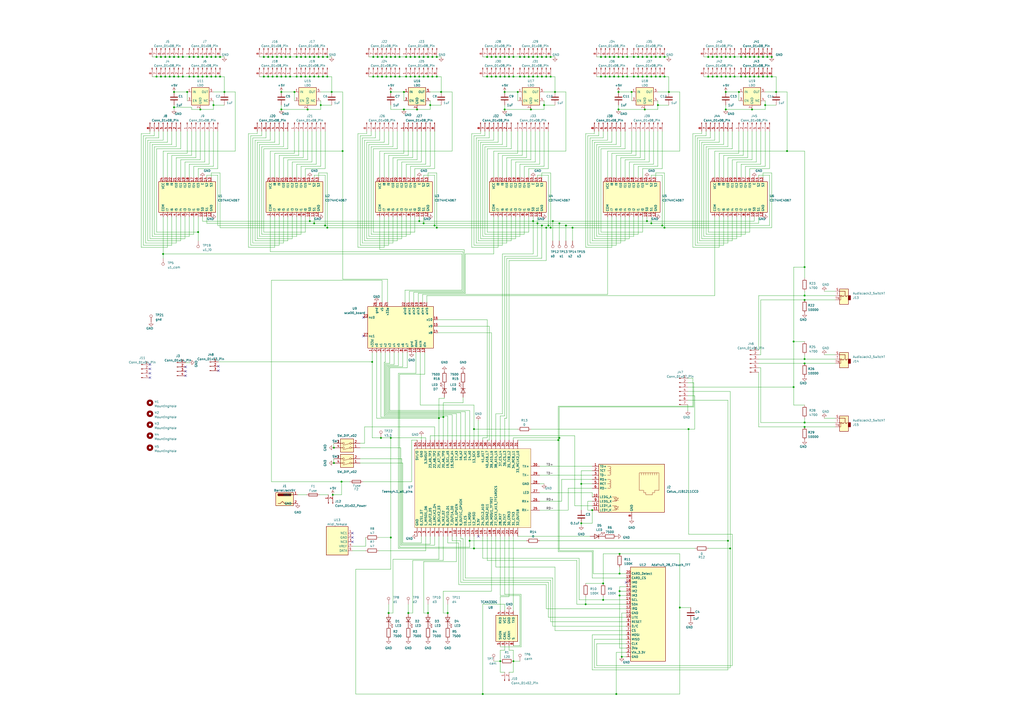
<source format=kicad_sch>
(kicad_sch (version 20230121) (generator eeschema)
  (paper "A2")
  (title_block (title "Stem Piano - Integrated Processing System 2.0") (date "2023") (rev "2.0"))
  (junction (at 440.055 44.45))
  (junction (at 387.985 53.34))
  (junction (at 163.195 63.5))
  (junction (at 106.045 44.45))
  (junction (at 282.575 33.02))
  (junction (at 219.075 33.02))
  (junction (at 153.035 33.02))
  (junction (at 285.115 44.45))
  (junction (at 466.725 208.28))
  (junction (at 257.175 241.935))
  (junction (at 90.805 44.45))
  (junction (at 295.275 44.45))
  (junction (at 226.695 311.785))
  (junction (at 351.155 44.45))
  (junction (at 125.095 44.45))
  (junction (at 165.735 33.02))
  (junction (at 357.505 402.59))
  (junction (at 122.555 44.45))
  (junction (at 93.345 33.02))
  (junction (at 314.325 44.45))
  (junction (at 447.675 44.45))
  (junction (at 361.315 44.45))
  (junction (at 301.625 44.45))
  (junction (at 243.205 33.02))
  (junction (at 421.005 33.02))
  (junction (at 240.665 44.45))
  (junction (at 466.725 247.65))
  (junction (at 168.275 33.02))
  (junction (at 297.815 44.45))
  (junction (at 421.005 44.45))
  (junction (at 429.895 44.45))
  (junction (at 353.695 33.02))
  (junction (at 292.735 44.45))
  (junction (at 238.125 33.02))
  (junction (at 100.965 44.45))
  (junction (at 380.365 44.45))
  (junction (at 116.205 63.5))
  (junction (at 314.325 130.81))
  (junction (at 282.575 44.45))
  (junction (at 158.115 44.45))
  (junction (at 240.665 33.02))
  (junction (at 100.965 33.02))
  (junction (at 377.825 33.02))
  (junction (at 306.705 44.45))
  (junction (at 377.825 129.54))
  (junction (at 413.385 33.02))
  (junction (at 274.955 248.92))
  (junction (at 460.375 198.12))
  (junction (at 358.775 53.34))
  (junction (at 323.85 255.27))
  (junction (at 95.885 44.45))
  (junction (at 163.195 33.02))
  (junction (at 428.625 53.34))
  (junction (at 160.655 33.02))
  (junction (at 112.395 44.45))
  (junction (at 421.005 63.5))
  (junction (at 177.165 44.45))
  (junction (at 179.705 44.45))
  (junction (at 415.925 44.45))
  (junction (at 466.725 154.94))
  (junction (at 337.185 280.67))
  (junction (at 98.425 33.02))
  (junction (at 337.185 303.53))
  (junction (at 359.41 332.74))
  (junction (at 300.355 53.34))
  (junction (at 324.485 254))
  (junction (at 179.705 128.27))
  (junction (at 216.535 44.45))
  (junction (at 443.865 60.96))
  (junction (at 226.695 254))
  (junction (at 165.735 44.45))
  (junction (at 245.745 44.45))
  (junction (at 360.68 381))
  (junction (at 193.04 287.02))
  (junction (at 306.705 33.02))
  (junction (at 220.98 254))
  (junction (at 339.725 350.52))
  (junction (at 429.895 33.02))
  (junction (at 358.775 44.45))
  (junction (at 153.035 44.45))
  (junction (at 426.085 33.02))
  (junction (at 163.195 44.45))
  (junction (at 423.545 318.135))
  (junction (at 193.675 259.715))
  (junction (at 301.625 33.02))
  (junction (at 221.615 33.02))
  (junction (at 285.115 33.02))
  (junction (at 319.405 44.45))
  (junction (at 359.41 342.9))
  (junction (at 280.035 402.59))
  (junction (at 245.745 33.02))
  (junction (at 358.775 63.5))
  (junction (at 238.125 44.45))
  (junction (at 123.825 60.96))
  (junction (at 114.935 44.45))
  (junction (at 187.325 33.02))
  (junction (at 382.905 33.02))
  (junction (at 370.205 33.02))
  (junction (at 372.745 33.02))
  (junction (at 348.615 33.02))
  (junction (at 259.715 355.6))
  (junction (at 125.095 33.02))
  (junction (at 353.695 44.45))
  (junction (at 100.965 53.34))
  (junction (at 356.235 44.45))
  (junction (at 316.865 33.02))
  (junction (at 253.365 33.02))
  (junction (at 363.855 44.45))
  (junction (at 437.515 33.02))
  (junction (at 375.285 44.45))
  (junction (at 224.155 33.02))
  (junction (at 114.935 33.02))
  (junction (at 226.695 33.02))
  (junction (at 234.315 63.5))
  (junction (at 423.545 33.02))
  (junction (at 109.855 44.45))
  (junction (at 236.855 355.6))
  (junction (at 179.705 33.02))
  (junction (at 436.245 63.5))
  (junction (at 231.775 44.45))
  (junction (at 374.015 63.5))
  (junction (at 445.135 44.45))
  (junction (at 184.785 44.45))
  (junction (at 249.555 60.96))
  (junction (at 112.395 33.02))
  (junction (at 445.135 33.02))
  (junction (at 418.465 33.02))
  (junction (at 172.085 33.02))
  (junction (at 182.245 33.02))
  (junction (at 367.665 44.45))
  (junction (at 189.865 132.08))
  (junction (at 447.675 33.02))
  (junction (at 245.745 129.54))
  (junction (at 367.665 33.02))
  (junction (at 100.965 62.23))
  (junction (at 434.975 33.02))
  (junction (at 168.275 44.45))
  (junction (at 117.475 33.02))
  (junction (at 456.565 87.63))
  (junction (at 90.805 33.02))
  (junction (at 226.695 44.45))
  (junction (at 160.655 44.45))
  (junction (at 297.815 33.02))
  (junction (at 432.435 33.02))
  (junction (at 311.785 33.02))
  (junction (at 422.275 313.69))
  (junction (at 193.675 268.605))
  (junction (at 349.885 338.455))
  (junction (at 348.615 44.45))
  (junction (at 225.425 355.6))
  (junction (at 272.415 313.69))
  (junction (at 221.615 44.45))
  (junction (at 98.425 44.45))
  (junction (at 410.845 44.45))
  (junction (at 314.325 33.02))
  (junction (at 304.165 33.02))
  (junction (at 226.695 53.34))
  (junction (at 231.775 33.02))
  (junction (at 158.115 33.02))
  (junction (at 318.135 130.81))
  (junction (at 442.595 44.45))
  (junction (at 382.905 44.45))
  (junction (at 255.905 53.34))
  (junction (at 295.275 33.02))
  (junction (at 109.855 33.02))
  (junction (at 361.315 33.02))
  (junction (at 172.085 44.45))
  (junction (at 460.375 224.536))
  (junction (at 315.595 60.96))
  (junction (at 466.725 173.99))
  (junction (at 243.205 44.45))
  (junction (at 381.635 60.96))
  (junction (at 248.285 355.6))
  (junction (at 332.105 132.08))
  (junction (at 292.735 63.5))
  (junction (at 192.405 53.34))
  (junction (at 250.825 33.02))
  (junction (at 319.405 33.02))
  (junction (at 243.205 128.27))
  (junction (at 292.735 53.34))
  (junction (at 189.865 33.02))
  (junction (at 466.725 210.82))
  (junction (at 385.445 33.02))
  (junction (at 235.585 44.45))
  (junction (at 372.745 44.45))
  (junction (at 466.725 171.45))
  (junction (at 94.615 147.32))
  (junction (at 189.865 44.45))
  (junction (at 394.335 352.425))
  (junction (at 155.575 33.02))
  (junction (at 215.9 209.931))
  (junction (at 432.435 44.45))
  (junction (at 248.285 33.02))
  (junction (at 177.165 33.02))
  (junction (at 385.445 132.08))
  (junction (at 380.365 33.02))
  (junction (at 442.595 33.02))
  (junction (at 375.285 128.27))
  (junction (at 297.815 383.54))
  (junction (at 234.315 53.34))
  (junction (at 356.235 33.02))
  (junction (at 127.635 33.02))
  (junction (at 385.445 44.45))
  (junction (at 316.865 44.45))
  (junction (at 375.285 33.02))
  (junction (at 434.975 44.45))
  (junction (at 274.955 318.135))
  (junction (at 377.825 44.45))
  (junction (at 103.505 44.45))
  (junction (at 290.195 44.45))
  (junction (at 229.235 33.02))
  (junction (at 198.755 87.63))
  (junction (at 370.205 44.45))
  (junction (at 351.155 33.02))
  (junction (at 292.735 33.02))
  (junction (at 413.385 44.45))
  (junction (at 319.405 132.08))
  (junction (at 252.095 130.81))
  (junction (at 253.365 132.08))
  (junction (at 440.055 33.02))
  (junction (at 106.045 33.02))
  (junction (at 290.195 383.54))
  (junction (at 163.195 53.34))
  (junction (at 224.155 44.45))
  (junction (at 93.345 44.45))
  (junction (at 366.395 53.34))
  (junction (at 117.475 44.45))
  (junction (at 290.195 33.02))
  (junction (at 108.585 53.34))
  (junction (at 426.085 44.45))
  (junction (at 328.295 130.81))
  (junction (at 358.775 33.02))
  (junction (at 187.325 44.45))
  (junction (at 307.975 63.5))
  (junction (at 418.465 44.45))
  (junction (at 186.055 60.96))
  (junction (at 287.655 44.45))
  (junction (at 120.015 44.45))
  (junction (at 359.41 345.44))
  (junction (at 122.555 33.02))
  (junction (at 311.785 129.54))
  (junction (at 130.175 53.34))
  (junction (at 178.435 63.5))
  (junction (at 316.865 132.08))
  (junction (at 155.575 44.45))
  (junction (at 114.935 134.62))
  (junction (at 174.625 44.45))
  (junction (at 363.855 33.02))
  (junction (at 170.815 53.34))
  (junction (at 254.635 242.57))
  (junction (at 182.245 129.54))
  (junction (at 320.675 128.27))
  (junction (at 229.235 44.45))
  (junction (at 349.885 347.98))
  (junction (at 324.485 129.54))
  (junction (at 410.845 33.02))
  (junction (at 384.175 130.81))
  (junction (at 309.245 44.45))
  (junction (at 423.545 44.45))
  (junction (at 421.005 53.34))
  (junction (at 311.785 44.45))
  (junction (at 184.785 33.02))
  (junction (at 437.515 44.45))
  (junction (at 188.595 130.81))
  (junction (at 343.535 295.91))
  (junction (at 309.245 128.27))
  (junction (at 309.245 33.02))
  (junction (at 95.885 33.02))
  (junction (at 321.945 53.34))
  (junction (at 127.635 44.45))
  (junction (at 253.365 44.45))
  (junction (at 450.215 53.34))
  (junction (at 182.245 44.45))
  (junction (at 103.505 33.02))
  (junction (at 241.935 63.5))
  (junction (at 399.415 248.92))
  (junction (at 248.285 44.45))
  (junction (at 216.535 33.02))
  (junction (at 415.925 33.02))
  (junction (at 219.075 44.45))
  (junction (at 198.12 279.4))
  (junction (at 120.015 33.02))
  (junction (at 174.625 33.02))
  (junction (at 235.585 33.02))
  (junction (at 304.165 44.45))
  (junction (at 250.825 44.45))
  (junction (at 359.41 321.31))
  (junction (at 287.655 33.02))
  (junction (at 466.725 245.11))
  (no_connect (at 210.82 194.945))
  (no_connect (at 126.746 212.471))
  (no_connect (at 86.995 216.535))
  (no_connect (at 363.22 337.82))
  (no_connect (at 126.746 215.011))
  (no_connect (at 210.82 184.15))
  (no_connect (at 204.47 314.325))
  (no_connect (at 86.995 219.075))
  (no_connect (at 107.696 217.932))
  (no_connect (at 204.47 309.245))
  (no_connect (at 107.696 212.852))
  (no_connect (at 277.495 311.15))
  (no_connect (at 204.47 311.785))
  (no_connect (at 86.995 211.455))
  (no_connect (at 107.696 215.392))
  (no_connect (at 86.995 213.995))
  (wire (pts (xy 428.625 53.34) (xy 428.625 58.42)))
  (wire (pts (xy 213.995 33.02) (xy 216.535 33.02)))
  (wire (pts (xy 164.465 140.97) (xy 146.685 140.97)))
  (wire (pts (xy 109.855 44.45) (xy 112.395 44.45)))
  (wire (pts (xy 103.505 44.45) (xy 106.045 44.45)))
  (wire (pts (xy 343.535 303.53) (xy 337.185 303.53)))
  (wire (pts (xy 227.965 91.44) (xy 227.965 102.87)))
  (wire (pts (xy 295.275 44.45) (xy 297.815 44.45)))
  (wire (pts (xy 225.425 90.17) (xy 236.855 90.17)))
  (wire (pts (xy 123.825 96.52) (xy 123.825 76.2)))
  (wire (pts (xy 277.495 243.84) (xy 277.495 255.27)))
  (wire (pts (xy 319.405 360.68) (xy 363.22 360.68)))
  (wire (pts (xy 365.125 125.73) (xy 365.125 138.43)))
  (wire (pts (xy 357.505 378.46) (xy 363.22 378.46)))
  (wire (pts (xy 227.965 140.97) (xy 210.185 140.97)))
  (wire (pts (xy 257.175 342.9) (xy 257.175 355.6)))
  (wire (pts (xy 222.885 88.9) (xy 222.885 102.87)))
  (wire (pts (xy 466.725 161.29) (xy 466.725 154.94)))
  (wire (pts (xy 99.695 90.17) (xy 111.125 90.17)))
  (wire (pts (xy 375.285 44.45) (xy 377.825 44.45)))
  (wire (pts (xy 225.425 350.52) (xy 225.425 355.6)))
  (wire (pts (xy 321.945 60.96) (xy 315.595 60.96)))
  (wire (pts (xy 403.225 78.74) (xy 403.225 142.24)))
  (wire (pts (xy 422.275 140.97) (xy 404.495 140.97)))
  (wire (pts (xy 295.275 374.65) (xy 295.275 377.19)))
  (wire (pts (xy 314.325 130.81) (xy 318.135 130.81)))
  (wire (pts (xy 236.855 350.52) (xy 236.855 355.6)))
  (wire (pts (xy 177.165 125.73) (xy 177.165 134.62)))
  (wire (pts (xy 349.885 76.2) (xy 349.885 80.01)))
  (wire (pts (xy 422.275 313.69) (xy 422.275 232.156)))
  (wire (pts (xy 318.135 97.79) (xy 318.135 76.2)))
  (wire (pts (xy 245.745 355.6) (xy 248.285 355.6)))
  (wire (pts (xy 220.98 254) (xy 226.695 254)))
  (wire (pts (xy 224.79 239.395) (xy 267.335 239.395)))
  (wire (pts (xy 409.575 85.09) (xy 409.575 135.89)))
  (wire (pts (xy 277.495 139.7) (xy 296.545 139.7)))
  (wire (pts (xy 301.625 345.44) (xy 301.625 374.65)))
  (wire (pts (xy 160.655 33.02) (xy 163.195 33.02)))
  (wire (pts (xy 359.41 345.44) (xy 359.41 375.92)))
  (wire (pts (xy 99.695 90.17) (xy 99.695 102.87)))
  (wire (pts (xy 100.965 60.96) (xy 100.965 62.23)))
  (wire (pts (xy 94.615 147.32) (xy 267.97 147.32)))
  (wire (pts (xy 268.605 312.42) (xy 268.605 336.55)))
  (wire (pts (xy 348.615 33.02) (xy 351.155 33.02)))
  (wire (pts (xy 294.005 125.73) (xy 294.005 140.97)))
  (wire (pts (xy 231.775 217.17) (xy 246.38 217.17)))
  (wire (pts (xy 316.865 151.13) (xy 295.275 151.13)))
  (wire (pts (xy 407.035 82.55) (xy 417.195 82.55)))
  (wire (pts (xy 277.495 81.28) (xy 277.495 139.7)))
  (wire (pts (xy 210.185 80.01) (xy 210.185 140.97)))
  (wire (pts (xy 401.955 219.456) (xy 401.955 235.712)))
  (wire (pts (xy 311.785 129.54) (xy 311.785 148.59)))
  (wire (pts (xy 83.185 142.24) (xy 99.695 142.24)))
  (wire (pts (xy 102.235 140.97) (xy 84.455 140.97)))
  (wire (pts (xy 93.345 33.02) (xy 95.885 33.02)))
  (wire (pts (xy 290.195 374.65) (xy 290.195 375.285)))
  (wire (pts (xy 267.335 239.395) (xy 267.335 255.27)))
  (wire (pts (xy 348.615 86.36) (xy 362.585 86.36)))
  (wire (pts (xy 291.465 142.24) (xy 291.465 125.73)))
  (wire (pts (xy 234.315 53.34) (xy 234.315 58.42)))
  (wire (pts (xy 259.715 241.3) (xy 222.885 241.3)))
  (wire (pts (xy 158.115 44.45) (xy 160.655 44.45)))
  (wire (pts (xy 211.455 257.175) (xy 211.455 247.65)))
  (wire (pts (xy 306.705 125.73) (xy 306.705 134.62)))
  (wire (pts (xy 438.785 93.98) (xy 438.785 76.2)))
  (wire (pts (xy 484.505 245.11) (xy 466.725 245.11)))
  (wire (pts (xy 301.625 33.02) (xy 304.165 33.02)))
  (wire (pts (xy 316.865 132.08) (xy 319.405 132.08)))
  (wire (pts (xy 328.295 53.34) (xy 321.945 53.34)))
  (wire (pts (xy 294.005 76.2) (xy 294.005 85.09)))
  (wire (pts (xy 237.49 168.91) (xy 268.605 168.91)))
  (wire (pts (xy 419.735 142.24) (xy 419.735 125.73)))
  (wire (pts (xy 354.965 76.2) (xy 354.965 82.55)))
  (wire (pts (xy 254.635 324.485) (xy 227.965 324.485)))
  (wire (pts (xy 417.195 88.9) (xy 428.625 88.9)))
  (wire (pts (xy 359.41 321.31) (xy 394.335 321.31)))
  (wire (pts (xy 252.095 247.65) (xy 252.095 255.27)))
  (wire (pts (xy 104.775 139.7) (xy 104.775 125.73)))
  (wire (pts (xy 252.095 316.23) (xy 232.41 316.23)))
  (wire (pts (xy 302.26 344.805) (xy 292.735 344.805)))
  (wire (pts (xy 346.075 373.38) (xy 346.075 386.08)))
  (wire (pts (xy 250.825 33.02) (xy 253.365 33.02)))
  (wire (pts (xy 408.305 33.02) (xy 410.845 33.02)))
  (wire (pts (xy 443.865 63.5) (xy 436.245 63.5)))
  (wire (pts (xy 377.825 129.54) (xy 440.055 129.54)))
  (wire (pts (xy 241.3 216.535) (xy 241.3 204.47)))
  (wire (pts (xy 290.195 33.02) (xy 292.735 33.02)))
  (wire (pts (xy 297.815 389.89) (xy 297.815 383.54)))
  (wire (pts (xy 104.775 92.71) (xy 104.775 102.87)))
  (wire (pts (xy 157.48 162.56) (xy 221.615 162.56)))
  (wire (pts (xy 370.205 135.89) (xy 347.345 135.89)))
  (wire (pts (xy 278.765 82.55) (xy 288.925 82.55)))
  (wire (pts (xy 319.405 100.33) (xy 319.405 132.08)))
  (wire (pts (xy 466.725 154.94) (xy 466.725 87.63)))
  (wire (pts (xy 313.055 290.83) (xy 325.755 290.83)))
  (wire (pts (xy 484.505 171.45) (xy 466.725 171.45)))
  (wire (pts (xy 311.785 101.6) (xy 318.135 101.6)))
  (wire (pts (xy 102.235 125.73) (xy 102.235 140.97)))
  (wire (pts (xy 81.915 77.47) (xy 81.915 143.51)))
  (wire (pts (xy 399.034 232.156) (xy 422.275 232.156)))
  (wire (pts (xy 291.465 83.82) (xy 280.035 83.82)))
  (wire (pts (xy 337.185 273.05) (xy 337.185 280.67)))
  (wire (pts (xy 117.475 33.02) (xy 120.015 33.02)))
  (wire (pts (xy 352.425 76.2) (xy 352.425 81.28)))
  (wire (pts (xy 434.975 125.73) (xy 434.975 134.62)))
  (wire (pts (xy 257.175 311.15) (xy 257.175 325.12)))
  (wire (pts (xy 344.805 82.55) (xy 354.965 82.55)))
  (wire (pts (xy 361.315 44.45) (xy 363.855 44.45)))
  (wire (pts (xy 84.455 80.01) (xy 92.075 80.01)))
  (wire (pts (xy 426.085 33.02) (xy 429.895 33.02)))
  (wire (pts (xy 440.055 33.02) (xy 442.595 33.02)))
  (wire (pts (xy 292.735 60.96) (xy 292.735 63.5)))
  (wire (pts (xy 372.745 102.87) (xy 372.745 97.79)))
  (wire (pts (xy 417.195 88.9) (xy 417.195 102.87)))
  (wire (pts (xy 120.015 125.73) (xy 120.015 129.54)))
  (wire (pts (xy 147.955 139.7) (xy 167.005 139.7)))
  (wire (pts (xy 220.345 102.87) (xy 220.345 87.63)))
  (wire (pts (xy 300.355 311.15) (xy 342.265 311.15)))
  (wire (pts (xy 219.71 319.405) (xy 247.015 319.405)))
  (wire (pts (xy 161.925 90.17) (xy 161.925 102.87)))
  (wire (pts (xy 159.385 125.73) (xy 159.385 143.51)))
  (wire (pts (xy 114.935 102.87) (xy 114.935 97.79)))
  (wire (pts (xy 309.245 128.27) (xy 320.675 128.27)))
  (wire (pts (xy 213.995 83.82) (xy 213.995 137.16)))
  (wire (pts (xy 122.555 44.45) (xy 125.095 44.45)))
  (wire (pts (xy 216.535 33.02) (xy 219.075 33.02)))
  (wire (pts (xy 352.425 81.28) (xy 343.535 81.28)))
  (wire (pts (xy 259.715 350.52) (xy 259.715 355.6)))
  (wire (pts (xy 410.845 33.02) (xy 413.385 33.02)))
  (wire (pts (xy 321.945 44.45) (xy 321.945 53.34)))
  (wire (pts (xy 343.535 295.91) (xy 343.535 303.53)))
  (wire (pts (xy 441.325 205.74) (xy 441.325 173.99)))
  (wire (pts (xy 247.015 95.25) (xy 247.015 76.2)))
  (wire (pts (xy 83.185 78.74) (xy 83.185 142.24)))
  (wire (pts (xy 466.725 234.95) (xy 460.375 234.95)))
  (wire (pts (xy 315.595 53.34) (xy 321.945 53.34)))
  (wire (pts (xy 239.395 325.12) (xy 239.395 355.6)))
  (wire (pts (xy 240.665 33.02) (xy 243.205 33.02)))
  (wire (pts (xy 358.775 63.5) (xy 374.015 63.5)))
  (wire (pts (xy 381.635 60.96) (xy 381.635 58.42)))
  (wire (pts (xy 324.485 129.54) (xy 311.785 129.54)))
  (wire (pts (xy 434.975 44.45) (xy 437.515 44.45)))
  (wire (pts (xy 311.785 102.87) (xy 311.785 101.6)))
  (wire (pts (xy 170.815 88.9) (xy 170.815 76.2)))
  (wire (pts (xy 484.505 208.28) (xy 466.725 208.28)))
  (wire (pts (xy 367.665 95.25) (xy 379.095 95.25)))
  (wire (pts (xy 233.045 266.065) (xy 233.045 315.595)))
  (wire (pts (xy 343.535 368.3) (xy 363.22 368.3)))
  (wire (pts (xy 88.265 44.45) (xy 90.805 44.45)))
  (wire (pts (xy 437.515 33.02) (xy 440.055 33.02)))
  (wire (pts (xy 417.195 76.2) (xy 417.195 82.55)))
  (wire (pts (xy 304.165 96.52) (xy 315.595 96.52)))
  (wire (pts (xy 442.595 100.33) (xy 447.675 100.33)))
  (wire (pts (xy 281.305 85.09) (xy 281.305 135.89)))
  (wire (pts (xy 282.575 86.36) (xy 282.575 134.62)))
  (wire (pts (xy 301.625 95.25) (xy 313.055 95.25)))
  (wire (pts (xy 315.595 96.52) (xy 315.595 76.2)))
  (wire (pts (xy 243.205 125.73) (xy 243.205 128.27)))
  (wire (pts (xy 287.655 311.15) (xy 287.655 328.93)))
  (wire (pts (xy 224.155 33.02) (xy 226.695 33.02)))
  (wire (pts (xy 415.925 33.02) (xy 418.465 33.02)))
  (wire (pts (xy 234.315 63.5) (xy 241.935 63.5)))
  (wire (pts (xy 227.965 91.44) (xy 239.395 91.44)))
  (wire (pts (xy 245.745 102.87) (xy 245.745 101.6)))
  (wire (pts (xy 414.655 76.2) (xy 414.655 81.28)))
  (wire (pts (xy 320.675 335.28) (xy 320.675 363.22)))
  (wire (pts (xy 226.695 33.02) (xy 229.235 33.02)))
  (wire (pts (xy 182.245 129.54) (xy 182.245 125.73)))
  (wire (pts (xy 198.755 161.925) (xy 224.79 161.925)))
  (wire (pts (xy 120.015 33.02) (xy 122.555 33.02)))
  (wire (pts (xy 294.005 140.97) (xy 276.225 140.97)))
  (wire (pts (xy 174.625 125.73) (xy 174.625 135.89)))
  (wire (pts (xy 286.385 383.54) (xy 290.195 383.54)))
  (wire (pts (xy 151.765 76.2) (xy 151.765 78.74)))
  (wire (pts (xy 432.435 33.02) (xy 434.975 33.02)))
  (wire (pts (xy 359.41 345.44) (xy 363.22 345.44)))
  (wire (pts (xy 399.034 224.536) (xy 460.375 224.536)))
  (wire (pts (xy 112.395 96.52) (xy 123.825 96.52)))
  (wire (pts (xy 163.195 53.34) (xy 170.815 53.34)))
  (wire (pts (xy 360.045 91.44) (xy 371.475 91.44)))
  (wire (pts (xy 226.695 254) (xy 226.695 311.785)))
  (wire (pts (xy 259.715 314.96) (xy 266.065 314.96)))
  (wire (pts (xy 440.055 44.45) (xy 442.595 44.45)))
  (wire (pts (xy 353.695 33.02) (xy 356.235 33.02)))
  (wire (pts (xy 320.675 128.27) (xy 320.675 139.7)))
  (wire (pts (xy 207.645 77.47) (xy 207.645 143.51)))
  (wire (pts (xy 156.845 87.63) (xy 198.755 87.63)))
  (wire (pts (xy 427.355 125.73) (xy 427.355 138.43)))
  (wire (pts (xy 283.845 76.2) (xy 283.845 80.01)))
  (wire (pts (xy 424.815 309.88) (xy 424.815 386.08)))
  (wire (pts (xy 402.971 248.92) (xy 402.971 229.616)))
  (wire (pts (xy 268.605 336.55) (xy 319.405 336.55)))
  (wire (pts (xy 311.785 44.45) (xy 314.325 44.45)))
  (wire (pts (xy 403.225 142.24) (xy 419.735 142.24)))
  (wire (pts (xy 212.725 82.55) (xy 222.885 82.55)))
  (wire (pts (xy 318.135 101.6) (xy 318.135 130.81)))
  (wire (pts (xy 415.925 44.45) (xy 418.465 44.45)))
  (wire (pts (xy 233.68 204.47) (xy 233.68 212.725)))
  (wire (pts (xy 358.775 60.96) (xy 358.775 63.5)))
  (wire (pts (xy 297.815 311.15) (xy 297.815 354.33)))
  (wire (pts (xy 84.455 80.01) (xy 84.455 140.97)))
  (wire (pts (xy 309.245 128.27) (xy 309.245 147.32)))
  (wire (pts (xy 111.125 63.5) (xy 111.125 62.23)))
  (wire (pts (xy 316.865 33.02) (xy 319.405 33.02)))
  (wire (pts (xy 150.495 83.82) (xy 150.495 137.16)))
  (wire (pts (xy 344.805 76.2) (xy 344.805 77.47)))
  (wire (pts (xy 266.065 339.09) (xy 316.865 339.09)))
  (wire (pts (xy 236.22 204.47) (xy 236.22 213.36)))
  (wire (pts (xy 372.745 134.62) (xy 348.615 134.62)))
  (wire (pts (xy 174.625 102.87) (xy 174.625 96.52)))
  (wire (pts (xy 366.395 53.34) (xy 366.395 58.42)))
  (wire (pts (xy 410.845 86.36) (xy 410.845 134.62)))
  (wire (pts (xy 329.565 283.21) (xy 343.535 283.21)))
  (wire (pts (xy 179.705 33.02) (xy 182.245 33.02)))
  (wire (pts (xy 226.695 53.34) (xy 234.315 53.34)))
  (wire (pts (xy 122.555 33.02) (xy 125.095 33.02)))
  (wire (pts (xy 334.645 350.52) (xy 334.645 325.12)))
  (wire (pts (xy 245.745 325.755) (xy 245.745 355.6)))
  (wire (pts (xy 460.375 154.94) (xy 466.725 154.94)))
  (wire (pts (xy 178.435 92.71) (xy 178.435 76.2)))
  (wire (pts (xy 359.41 328.93) (xy 359.41 332.74)))
  (wire (pts (xy 156.845 102.87) (xy 156.845 87.63)))
  (wire (pts (xy 161.925 90.17) (xy 173.355 90.17)))
  (wire (pts (xy 257.81 231.14) (xy 254.635 231.14)))
  (wire (pts (xy 95.885 44.45) (xy 98.425 44.45)))
  (wire (pts (xy 450.215 60.96) (xy 443.865 60.96)))
  (wire (pts (xy 172.085 44.45) (xy 174.625 44.45)))
  (wire (pts (xy 362.585 92.71) (xy 374.015 92.71)))
  (wire (pts (xy 253.365 44.45) (xy 255.905 44.45)))
  (wire (pts (xy 156.845 146.05) (xy 268.605 146.05)))
  (wire (pts (xy 370.205 44.45) (xy 372.745 44.45)))
  (wire (pts (xy 198.12 279.4) (xy 157.48 279.4)))
  (wire (pts (xy 443.865 60.96) (xy 443.865 63.5)))
  (wire (pts (xy 291.465 147.32) (xy 309.245 147.32)))
  (wire (pts (xy 304.165 33.02) (xy 306.705 33.02)))
  (wire (pts (xy 98.425 44.45) (xy 100.965 44.45)))
  (wire (pts (xy 153.035 86.36) (xy 167.005 86.36)))
  (wire (pts (xy 447.675 100.33) (xy 447.675 132.08)))
  (wire (pts (xy 222.885 143.51) (xy 207.645 143.51)))
  (wire (pts (xy 332.105 132.08) (xy 319.405 132.08)))
  (wire (pts (xy 226.695 63.5) (xy 234.315 63.5)))
  (wire (pts (xy 104.775 92.71) (xy 116.205 92.71)))
  (wire (pts (xy 442.595 102.87) (xy 442.595 100.33)))
  (wire (pts (xy 125.095 33.02) (xy 127.635 33.02)))
  (wire (pts (xy 323.85 320.04) (xy 343.535 320.04)))
  (wire (pts (xy 347.345 85.09) (xy 360.045 85.09)))
  (wire (pts (xy 427.355 93.98) (xy 427.355 102.87)))
  (wire (pts (xy 460.375 224.536) (xy 460.375 234.95)))
  (wire (pts (xy 357.505 402.59) (xy 394.335 402.59)))
  (wire (pts (xy 164.465 76.2) (xy 164.465 85.09)))
  (wire (pts (xy 164.465 91.44) (xy 164.465 102.87)))
  (wire (pts (xy 349.885 346.075) (xy 349.885 347.98)))
  (wire (pts (xy 313.055 295.91) (xy 329.565 295.91)))
  (wire (pts (xy 240.665 44.45) (xy 243.205 44.45)))
  (wire (pts (xy 225.425 90.17) (xy 225.425 102.87)))
  (wire (pts (xy 224.155 211.455) (xy 228.6 211.455)))
  (wire (pts (xy 144.145 77.47) (xy 149.225 77.47)))
  (wire (pts (xy 167.005 92.71) (xy 178.435 92.71)))
  (wire (pts (xy 282.575 254) (xy 280.035 254)))
  (wire (pts (xy 234.95 175.26) (xy 234.95 168.275)))
  (wire (pts (xy 245.11 170.815) (xy 352.425 170.815)))
  (wire (pts (xy 323.85 255.27) (xy 323.85 235.712)))
  (wire (pts (xy 220.345 81.28) (xy 211.455 81.28)))
  (wire (pts (xy 421.005 33.02) (xy 423.545 33.02)))
  (wire (pts (xy 211.455 81.28) (xy 211.455 139.7)))
  (wire (pts (xy 325.755 278.13) (xy 343.535 278.13)))
  (wire (pts (xy 204.47 316.865) (xy 212.09 316.865)))
  (wire (pts (xy 241.935 92.71) (xy 241.935 76.2)))
  (wire (pts (xy 185.42 287.02) (xy 190.5 287.02)))
  (wire (pts (xy 332.105 132.08) (xy 332.105 139.7)))
  (wire (pts (xy 363.855 33.02) (xy 367.665 33.02)))
  (wire (pts (xy 442.595 33.02) (xy 445.135 33.02)))
  (wire (pts (xy 314.325 44.45) (xy 316.865 44.45)))
  (wire (pts (xy 93.345 44.45) (xy 95.885 44.45)))
  (wire (pts (xy 344.805 387.35) (xy 344.805 370.84)))
  (wire (pts (xy 231.14 318.135) (xy 274.955 318.135)))
  (wire (pts (xy 245.745 44.45) (xy 248.285 44.45)))
  (wire (pts (xy 225.425 212.725) (xy 233.68 212.725)))
  (wire (pts (xy 432.435 125.73) (xy 432.435 135.89)))
  (wire (pts (xy 357.505 83.82) (xy 346.075 83.82)))
  (wire (pts (xy 352.425 125.73) (xy 352.425 170.815)))
  (wire (pts (xy 159.385 88.9) (xy 170.815 88.9)))
  (wire (pts (xy 249.555 311.15) (xy 249.555 315.595)))
  (wire (pts (xy 394.335 352.425) (xy 394.335 402.59)))
  (wire (pts (xy 361.315 33.02) (xy 363.855 33.02)))
  (wire (pts (xy 375.285 128.27) (xy 437.515 128.27)))
  (wire (pts (xy 335.915 347.98) (xy 349.885 347.98)))
  (wire (pts (xy 362.585 139.7) (xy 362.585 125.73)))
  (wire (pts (xy 478.155 205.74) (xy 484.505 205.74)))
  (wire (pts (xy 252.095 311.15) (xy 252.095 316.23)))
  (wire (pts (xy 385.445 100.33) (xy 385.445 132.08)))
  (wire (pts (xy 304.165 125.73) (xy 304.165 135.89)))
  (wire (pts (xy 224.79 212.09) (xy 224.79 239.395)))
  (wire (pts (xy 151.765 85.09) (xy 164.465 85.09)))
  (wire (pts (xy 123.825 63.5) (xy 116.205 63.5)))
  (wire (pts (xy 441.325 95.25) (xy 441.325 76.2)))
  (wire (pts (xy 313.055 285.75) (xy 343.535 285.75)))
  (wire (pts (xy 89.535 85.09) (xy 102.235 85.09)))
  (wire (pts (xy 213.995 44.45) (xy 216.535 44.45)))
  (wire (pts (xy 297.815 44.45) (xy 301.625 44.45)))
  (wire (pts (xy 285.115 193.04) (xy 285.115 255.27)))
  (wire (pts (xy 216.535 86.36) (xy 230.505 86.36)))
  (wire (pts (xy 359.41 332.74) (xy 363.22 332.74)))
  (wire (pts (xy 422.275 76.2) (xy 422.275 85.09)))
  (wire (pts (xy 343.535 290.83) (xy 340.995 290.83)))
  (wire (pts (xy 417.195 125.73) (xy 417.195 143.51)))
  (wire (pts (xy 116.205 63.5) (xy 111.125 63.5)))
  (wire (pts (xy 109.855 33.02) (xy 112.395 33.02)))
  (wire (pts (xy 377.825 33.02) (xy 380.365 33.02)))
  (wire (pts (xy 313.055 313.69) (xy 422.275 313.69)))
  (wire (pts (xy 100.965 33.02) (xy 103.505 33.02)))
  (wire (pts (xy 313.055 270.51) (xy 343.535 270.51)))
  (wire (pts (xy 344.805 387.35) (xy 423.545 387.35)))
  (wire (pts (xy 344.805 82.55) (xy 344.805 138.43)))
  (wire (pts (xy 314.325 100.33) (xy 319.405 100.33)))
  (wire (pts (xy 81.915 77.47) (xy 86.995 77.47)))
  (wire (pts (xy 412.115 76.2) (xy 412.115 80.01)))
  (wire (pts (xy 239.395 91.44) (xy 239.395 76.2)))
  (wire (pts (xy 306.705 134.62) (xy 282.575 134.62)))
  (wire (pts (xy 157.48 279.4) (xy 157.48 162.56)))
  (wire (pts (xy 291.465 76.2) (xy 291.465 83.82)))
  (wire (pts (xy 146.685 80.01) (xy 146.685 140.97)))
  (wire (pts (xy 239.395 355.6) (xy 236.855 355.6)))
  (wire (pts (xy 432.435 135.89) (xy 409.575 135.89)))
  (wire (pts (xy 421.005 53.34) (xy 428.625 53.34)))
  (wire (pts (xy 384.175 101.6) (xy 384.175 130.81)))
  (wire (pts (xy 382.905 44.45) (xy 385.445 44.45)))
  (wire (pts (xy 257.175 342.9) (xy 285.115 342.9)))
  (wire (pts (xy 233.045 138.43) (xy 212.725 138.43)))
  (wire (pts (xy 433.705 91.44) (xy 433.705 76.2)))
  (wire (pts (xy 192.405 44.45) (xy 192.405 53.34)))
  (wire (pts (xy 98.425 33.02) (xy 100.965 33.02)))
  (wire (pts (xy 212.725 82.55) (xy 212.725 138.43)))
  (wire (pts (xy 167.005 92.71) (xy 167.005 102.87)))
  (wire (pts (xy 346.075 44.45) (xy 348.615 44.45)))
  (wire (pts (xy 443.865 53.34) (xy 450.215 53.34)))
  (wire (pts (xy 359.41 340.36) (xy 359.41 342.9)))
  (wire (pts (xy 290.195 241.3) (xy 290.195 255.27)))
  (wire (pts (xy 281.305 76.2) (xy 281.305 78.74)))
  (wire (pts (xy 351.155 33.02) (xy 353.695 33.02)))
  (wire (pts (xy 282.575 44.45) (xy 285.115 44.45)))
  (wire (pts (xy 291.465 90.17) (xy 291.465 102.87)))
  (wire (pts (xy 245.11 170.815) (xy 245.11 175.26)))
  (wire (pts (xy 365.125 138.43) (xy 344.805 138.43)))
  (wire (pts (xy 280.035 311.15) (xy 280.035 323.85)))
  (wire (pts (xy 215.9 204.47) (xy 215.9 209.931)))
  (wire (pts (xy 446.405 130.81) (xy 384.175 130.81)))
  (wire (pts (xy 248.285 350.52) (xy 248.285 355.6)))
  (wire (pts (xy 220.345 125.73) (xy 220.345 144.78)))
  (wire (pts (xy 253.365 33.02) (xy 255.905 33.02)))
  (wire (pts (xy 231.775 44.45) (xy 235.585 44.45)))
  (wire (pts (xy 385.445 44.45) (xy 387.985 44.45)))
  (wire (pts (xy 318.135 358.14) (xy 363.22 358.14)))
  (wire (pts (xy 274.955 78.74) (xy 274.955 142.24)))
  (wire (pts (xy 377.825 102.87) (xy 377.825 101.6)))
  (wire (pts (xy 233.045 93.98) (xy 233.045 102.87)))
  (wire (pts (xy 127.635 100.33) (xy 127.635 132.08)))
  (wire (pts (xy 227.965 125.73) (xy 227.965 140.97)))
  (wire (pts (xy 352.425 87.63) (xy 394.335 87.63)))
  (wire (pts (xy 182.245 102.87) (xy 182.245 101.6)))
  (wire (pts (xy 243.205 33.02) (xy 245.745 33.02)))
  (wire (pts (xy 272.415 311.15) (xy 272.415 313.69)))
  (wire (pts (xy 385.445 132.08) (xy 332.105 132.08)))
  (wire (pts (xy 177.165 33.02) (xy 179.705 33.02)))
  (wire (pts (xy 267.335 311.15) (xy 267.335 312.42)))
  (wire (pts (xy 372.745 97.79) (xy 384.175 97.79)))
  (wire (pts (xy 408.305 137.16) (xy 429.895 137.16)))
  (wire (pts (xy 349.885 321.31) (xy 359.41 321.31)))
  (wire (pts (xy 219.075 44.45) (xy 221.615 44.45)))
  (wire (pts (xy 242.57 175.26) (xy 242.57 170.18)))
  (wire (pts (xy 247.65 171.45) (xy 414.655 171.45)))
  (wire (pts (xy 360.045 140.97) (xy 342.265 140.97)))
  (wire (pts (xy 107.315 93.98) (xy 107.315 102.87)))
  (wire (pts (xy 427.355 138.43) (xy 407.035 138.43)))
  (wire (pts (xy 421.005 63.5) (xy 436.245 63.5)))
  (wire (pts (xy 186.055 60.96) (xy 186.055 63.5)))
  (wire (pts (xy 414.655 81.28) (xy 405.765 81.28)))
  (wire (pts (xy 346.075 83.82) (xy 346.075 137.16)))
  (wire (pts (xy 292.735 33.02) (xy 295.275 33.02)))
  (wire (pts (xy 164.465 125.73) (xy 164.465 140.97)))
  (wire (pts (xy 177.165 134.62) (xy 153.035 134.62)))
  (wire (pts (xy 409.575 78.74) (xy 403.225 78.74)))
  (wire (pts (xy 169.545 138.43) (xy 149.225 138.43)))
  (wire (pts (xy 354.965 143.51) (xy 339.725 143.51)))
  (wire (pts (xy 172.72 287.02) (xy 177.8 287.02)))
  (wire (pts (xy 413.385 33.02) (xy 415.925 33.02)))
  (wire (pts (xy 86.995 76.2) (xy 86.995 77.47)))
  (wire (pts (xy 216.535 44.45) (xy 219.075 44.45)))
  (wire (pts (xy 237.49 175.26) (xy 237.49 168.91)))
  (wire (pts (xy 154.305 76.2) (xy 154.305 80.01)))
  (wire (pts (xy 215.9 254) (xy 220.98 254)))
  (wire (pts (xy 434.975 33.02) (xy 437.515 33.02)))
  (wire (pts (xy 163.195 60.96) (xy 163.195 63.5)))
  (wire (pts (xy 422.275 91.44) (xy 433.705 91.44)))
  (wire (pts (xy 401.955 77.47) (xy 407.035 77.47)))
  (wire (pts (xy 343.535 139.7) (xy 362.585 139.7)))
  (wire (pts (xy 249.555 252.73) (xy 333.375 252.73)))
  (wire (pts (xy 257.175 233.68) (xy 268.605 233.68)))
  (wire (pts (xy 304.165 44.45) (xy 306.705 44.45)))
  (wire (pts (xy 127.635 33.02) (xy 130.175 33.02)))
  (wire (pts (xy 189.865 33.02) (xy 192.405 33.02)))
  (wire (pts (xy 233.045 125.73) (xy 233.045 138.43)))
  (wire (pts (xy 460.375 198.12) (xy 460.375 154.94)))
  (wire (pts (xy 339.725 346.075) (xy 339.725 350.52)))
  (wire (pts (xy 423.545 44.45) (xy 426.085 44.45)))
  (wire (pts (xy 262.255 240.665) (xy 262.255 255.27)))
  (wire (pts (xy 304.165 135.89) (xy 281.305 135.89)))
  (wire (pts (xy 86.995 82.55) (xy 86.995 138.43)))
  (wire (pts (xy 250.825 44.45) (xy 253.365 44.45)))
  (wire (pts (xy 186.055 63.5) (xy 178.435 63.5)))
  (wire (pts (xy 343.535 81.28) (xy 343.535 139.7)))
  (wire (pts (xy 227.965 324.485) (xy 227.965 355.6)))
  (wire (pts (xy 337.185 280.67) (xy 343.535 280.67)))
  (wire (pts (xy 167.005 76.2) (xy 167.005 86.36)))
  (wire (pts (xy 117.475 125.73) (xy 117.475 128.27)))
  (wire (pts (xy 267.335 313.69) (xy 267.335 337.82)))
  (wire (pts (xy 272.415 313.69) (xy 305.435 313.69)))
  (wire (pts (xy 156.845 81.28) (xy 147.955 81.28)))
  (wire (pts (xy 362.585 92.71) (xy 362.585 102.87)))
  (wire (pts (xy 239.395 325.12) (xy 257.175 325.12)))
  (wire (pts (xy 272.415 313.69) (xy 272.415 317.5)))
  (wire (pts (xy 358.775 33.02) (xy 361.315 33.02)))
  (wire (pts (xy 299.085 93.98) (xy 310.515 93.98)))
  (wire (pts (xy 377.825 129.54) (xy 324.485 129.54)))
  (wire (pts (xy 224.155 44.45) (xy 226.695 44.45)))
  (wire (pts (xy 375.285 125.73) (xy 375.285 128.27)))
  (wire (pts (xy 429.895 44.45) (xy 432.435 44.45)))
  (wire (pts (xy 223.52 210.82) (xy 223.52 240.665)))
  (wire (pts (xy 274.955 318.135) (xy 403.225 318.135)))
  (wire (pts (xy 349.885 347.98) (xy 363.22 347.98)))
  (wire (pts (xy 365.125 93.98) (xy 365.125 102.87)))
  (wire (pts (xy 170.815 53.34) (xy 170.815 58.42)))
  (wire (pts (xy 213.995 137.16) (xy 235.585 137.16)))
  (wire (pts (xy 193.04 287.02) (xy 198.12 287.02)))
  (wire (pts (xy 160.655 44.45) (xy 163.195 44.45)))
  (wire (pts (xy 370.205 33.02) (xy 372.745 33.02)))
  (wire (pts (xy 249.555 96.52) (xy 249.555 76.2)))
  (wire (pts (xy 215.9 209.931) (xy 215.9 254)))
  (wire (pts (xy 441.325 173.99) (xy 466.725 173.99)))
  (wire (pts (xy 225.425 83.82) (xy 213.995 83.82)))
  (wire (pts (xy 374.015 92.71) (xy 374.015 76.2)))
  (wire (pts (xy 156.845 125.73) (xy 156.845 146.05)))
  (wire (pts (xy 456.565 53.34) (xy 450.215 53.34)))
  (wire (pts (xy 249.555 255.27) (xy 249.555 252.73)))
  (wire (pts (xy 146.685 80.01) (xy 154.305 80.01)))
  (wire (pts (xy 283.845 255.27) (xy 282.575 255.27)))
  (wire (pts (xy 346.075 33.02) (xy 348.615 33.02)))
  (wire (pts (xy 269.24 169.545) (xy 269.24 144.78)))
  (wire (pts (xy 245.745 33.02) (xy 248.285 33.02)))
  (wire (pts (xy 334.645 325.12) (xy 282.575 325.12)))
  (wire (pts (xy 344.17 332.74) (xy 359.41 332.74)))
  (wire (pts (xy 291.465 147.32) (xy 291.465 240.03)))
  (wire (pts (xy 414.655 102.87) (xy 414.655 87.63)))
  (wire (pts (xy 359.41 342.9) (xy 363.22 342.9)))
  (wire (pts (xy 252.095 101.6) (xy 252.095 130.81)))
  (wire (pts (xy 226.695 254) (xy 247.015 254)))
  (wire (pts (xy 249.555 315.595) (xy 233.045 315.595)))
  (wire (pts (xy 328.295 130.81) (xy 328.295 139.7)))
  (wire (pts (xy 380.365 100.33) (xy 385.445 100.33)))
  (wire (pts (xy 423.545 387.35) (xy 423.545 318.135)))
  (wire (pts (xy 432.435 102.87) (xy 432.435 96.52)))
  (wire (pts (xy 231.775 33.02) (xy 235.585 33.02)))
  (wire (pts (xy 243.205 128.27) (xy 309.245 128.27)))
  (wire (pts (xy 359.41 342.9) (xy 359.41 345.44)))
  (wire (pts (xy 117.475 128.27) (xy 179.705 128.27)))
  (wire (pts (xy 290.195 389.89) (xy 290.195 383.54)))
  (wire (pts (xy 440.055 171.45) (xy 466.725 171.45)))
  (wire (pts (xy 357.505 378.46) (xy 357.505 402.59)))
  (wire (pts (xy 247.015 319.405) (xy 247.015 311.15)))
  (wire (pts (xy 399.034 234.696) (xy 399.034 238.252)))
  (wire (pts (xy 404.495 80.01) (xy 404.495 140.97)))
  (wire (pts (xy 414.655 125.73) (xy 414.655 171.45)))
  (wire (pts (xy 316.865 132.08) (xy 316.865 151.13)))
  (wire (pts (xy 335.915 323.85) (xy 335.915 347.98)))
  (wire (pts (xy 286.385 81.28) (xy 277.495 81.28)))
  (wire (pts (xy 347.345 76.2) (xy 347.345 78.74)))
  (wire (pts (xy 86.995 82.55) (xy 97.155 82.55)))
  (wire (pts (xy 206.375 402.59) (xy 280.035 402.59)))
  (wire (pts (xy 231.14 204.47) (xy 231.14 212.09)))
  (wire (pts (xy 344.17 319.405) (xy 344.17 332.74)))
  (wire (pts (xy 218.44 204.47) (xy 218.44 242.57)))
  (wire (pts (xy 324.485 236.093) (xy 402.463 236.093)))
  (wire (pts (xy 305.435 91.44) (xy 305.435 76.2)))
  (wire (pts (xy 107.315 138.43) (xy 86.995 138.43)))
  (wire (pts (xy 292.735 354.33) (xy 292.735 350.52)))
  (wire (pts (xy 348.615 44.45) (xy 351.155 44.45)))
  (wire (pts (xy 283.845 189.23) (xy 283.845 255.27)))
  (wire (pts (xy 220.98 241.935) (xy 257.175 241.935)))
  (wire (pts (xy 223.52 240.665) (xy 262.255 240.665)))
  (wire (pts (xy 343.535 320.04) (xy 343.535 335.28)))
  (wire (pts (xy 325.755 290.83) (xy 325.755 278.13)))
  (wire (pts (xy 323.85 235.712) (xy 401.955 235.712)))
  (wire (pts (xy 466.725 198.12) (xy 460.375 198.12)))
  (wire (pts (xy 446.405 101.6) (xy 446.405 130.81)))
  (wire (pts (xy 238.125 135.89) (xy 215.265 135.89)))
  (wire (pts (xy 163.195 44.45) (xy 165.735 44.45)))
  (wire (pts (xy 90.805 33.02) (xy 93.345 33.02)))
  (wire (pts (xy 320.675 128.27) (xy 375.285 128.27)))
  (wire (pts (xy 236.855 90.17) (xy 236.855 76.2)))
  (wire (pts (xy 292.735 374.65) (xy 292.735 377.19)))
  (wire (pts (xy 150.495 44.45) (xy 153.035 44.45)))
  (wire (pts (xy 370.205 96.52) (xy 381.635 96.52)))
  (wire (pts (xy 208.915 268.605) (xy 233.68 268.605)))
  (wire (pts (xy 198.755 87.63) (xy 198.755 53.34)))
  (wire (pts (xy 288.925 76.2) (xy 288.925 82.55)))
  (wire (pts (xy 173.355 90.17) (xy 173.355 76.2)))
  (wire (pts (xy 179.705 44.45) (xy 182.245 44.45)))
  (wire (pts (xy 224.155 240.03) (xy 224.155 211.455)))
  (wire (pts (xy 208.915 257.175) (xy 211.455 257.175)))
  (wire (pts (xy 318.135 337.82) (xy 318.135 358.14)))
  (wire (pts (xy 274.955 248.92) (xy 274.955 255.27)))
  (wire (pts (xy 238.125 125.73) (xy 238.125 135.89)))
  (wire (pts (xy 343.535 335.28) (xy 363.22 335.28)))
  (wire (pts (xy 367.665 44.45) (xy 370.205 44.45)))
  (wire (pts (xy 262.255 311.15) (xy 262.255 313.69)))
  (wire (pts (xy 153.035 44.45) (xy 155.575 44.45)))
  (wire (pts (xy 189.865 44.45) (xy 192.405 44.45)))
  (wire (pts (xy 399.034 227.076) (xy 423.545 227.076)))
  (wire (pts (xy 229.235 33.02) (xy 231.775 33.02)))
  (wire (pts (xy 399.034 229.616) (xy 402.971 229.616)))
  (wire (pts (xy 321.945 365.76) (xy 363.22 365.76)))
  (wire (pts (xy 274.955 311.15) (xy 274.955 318.135)))
  (wire (pts (xy 100.965 53.34) (xy 108.585 53.34)))
  (wire (pts (xy 441.325 245.11) (xy 466.725 245.11)))
  (wire (pts (xy 147.955 81.28) (xy 147.955 139.7)))
  (wire (pts (xy 113.665 91.44) (xy 113.665 76.2)))
  (wire (pts (xy 216.535 86.36) (xy 216.535 134.62)))
  (wire (pts (xy 167.005 139.7) (xy 167.005 125.73)))
  (wire (pts (xy 269.875 238.76) (xy 225.425 238.76)))
  (wire (pts (xy 215.265 85.09) (xy 227.965 85.09)))
  (wire (pts (xy 286.385 102.87) (xy 286.385 87.63)))
  (wire (pts (xy 379.095 95.25) (xy 379.095 76.2)))
  (wire (pts (xy 419.735 90.17) (xy 419.735 102.87)))
  (wire (pts (xy 262.255 53.34) (xy 262.255 87.63)))
  (wire (pts (xy 130.175 44.45) (xy 130.175 53.34)))
  (wire (pts (xy 208.915 142.24) (xy 225.425 142.24)))
  (wire (pts (xy 292.735 63.5) (xy 307.975 63.5)))
  (wire (pts (xy 259.715 311.15) (xy 259.715 314.96)))
  (wire (pts (xy 343.535 388.62) (xy 343.535 368.3)))
  (wire (pts (xy 92.075 76.2) (xy 92.075 80.01)))
  (wire (pts (xy 314.325 130.81) (xy 314.325 149.86)))
  (wire (pts (xy 269.875 255.27) (xy 269.875 238.76)))
  (wire (pts (xy 245.745 125.73) (xy 245.745 129.54)))
  (wire (pts (xy 313.055 280.67) (xy 315.595 280.67)))
  (wire (pts (xy 292.735 377.19) (xy 290.195 377.19)))
  (wire (pts (xy 159.385 88.9) (xy 159.385 102.87)))
  (wire (pts (xy 424.815 92.71) (xy 436.245 92.71)))
  (wire (pts (xy 370.205 125.73) (xy 370.205 135.89)))
  (wire (pts (xy 179.705 128.27) (xy 243.205 128.27)))
  (wire (pts (xy 145.415 78.74) (xy 145.415 142.24)))
  (wire (pts (xy 192.405 60.96) (xy 186.055 60.96)))
  (wire (pts (xy 421.005 60.96) (xy 421.005 63.5)))
  (wire (pts (xy 149.225 82.55) (xy 149.225 138.43)))
  (wire (pts (xy 294.005 242.57) (xy 292.735 242.57)))
  (wire (pts (xy 324.485 129.54) (xy 324.485 139.7)))
  (wire (pts (xy 104.775 76.2) (xy 104.775 86.36)))
  (wire (pts (xy 112.395 125.73) (xy 112.395 135.89)))
  (wire (pts (xy 423.545 33.02) (xy 426.085 33.02)))
  (wire (pts (xy 440.055 215.9) (xy 440.055 247.65)))
  (wire (pts (xy 422.275 91.44) (xy 422.275 102.87)))
  (wire (pts (xy 106.045 44.45) (xy 109.855 44.45)))
  (wire (pts (xy 429.895 102.87) (xy 429.895 95.25)))
  (wire (pts (xy 117.475 44.45) (xy 120.015 44.45)))
  (wire (pts (xy 174.625 44.45) (xy 177.165 44.45)))
  (wire (pts (xy 360.045 76.2) (xy 360.045 85.09)))
  (wire (pts (xy 384.175 130.81) (xy 328.295 130.81)))
  (wire (pts (xy 346.075 386.08) (xy 424.815 386.08)))
  (wire (pts (xy 254 193.04) (xy 285.115 193.04)))
  (wire (pts (xy 339.725 77.47) (xy 339.725 143.51)))
  (wire (pts (xy 440.055 205.74) (xy 441.325 205.74)))
  (wire (pts (xy 227.965 76.2) (xy 227.965 85.09)))
  (wire (pts (xy 85.725 81.28) (xy 85.725 139.7)))
  (wire (pts (xy 97.155 76.2) (xy 97.155 82.55)))
  (wire (pts (xy 394.335 87.63) (xy 394.335 53.34)))
  (wire (pts (xy 118.745 93.98) (xy 118.745 76.2)))
  (wire (pts (xy 360.68 355.6) (xy 363.22 355.6)))
  (wire (pts (xy 230.505 92.71) (xy 241.935 92.71)))
  (wire (pts (xy 125.095 44.45) (xy 127.635 44.45)))
  (wire (pts (xy 447.675 132.08) (xy 385.445 132.08)))
  (wire (pts (xy 88.265 33.02) (xy 90.805 33.02)))
  (wire (pts (xy 380.365 44.45) (xy 382.905 44.45)))
  (wire (pts (xy 320.675 363.22) (xy 363.22 363.22)))
  (wire (pts (xy 94.615 102.87) (xy 94.615 87.63)))
  (wire (pts (xy 394.335 53.34) (xy 387.985 53.34)))
  (wire (pts (xy 244.475 314.96) (xy 233.68 314.96)))
  (wire (pts (xy 246.38 217.17) (xy 246.38 204.47)))
  (wire (pts (xy 319.405 336.55) (xy 319.405 360.68)))
  (wire (pts (xy 360.68 381) (xy 363.22 381)))
  (wire (pts (xy 85.725 139.7) (xy 104.775 139.7)))
  (wire (pts (xy 120.015 129.54) (xy 182.245 129.54)))
  (wire (pts (xy 161.925 142.24) (xy 161.925 125.73)))
  (wire (pts (xy 281.305 78.74) (xy 274.955 78.74)))
  (wire (pts (xy 130.175 60.96) (xy 123.825 60.96)))
  (wire (pts (xy 427.355 93.98) (xy 438.785 93.98)))
  (wire (pts (xy 88.265 137.16) (xy 109.855 137.16)))
  (wire (pts (xy 466.725 208.28) (xy 466.725 205.74)))
  (wire (pts (xy 267.97 168.275) (xy 267.97 147.32)))
  (wire (pts (xy 107.315 93.98) (xy 118.745 93.98)))
  (wire (pts (xy 437.515 44.45) (xy 440.055 44.45)))
  (wire (pts (xy 445.135 33.02) (xy 447.675 33.02)))
  (wire (pts (xy 441.325 213.36) (xy 441.325 245.11)))
  (wire (pts (xy 314.325 33.02) (xy 316.865 33.02)))
  (wire (pts (xy 136.525 87.63) (xy 136.525 53.34)))
  (wire (pts (xy 109.855 102.87) (xy 109.855 95.25)))
  (wire (pts (xy 339.725 350.52) (xy 363.22 350.52)))
  (wire (pts (xy 126.746 209.931) (xy 215.9 209.931)))
  (wire (pts (xy 149.225 82.55) (xy 159.385 82.55)))
  (wire (pts (xy 328.295 130.81) (xy 318.135 130.81)))
  (wire (pts (xy 328.295 87.63) (xy 328.295 53.34)))
  (wire (pts (xy 314.325 102.87) (xy 314.325 100.33)))
  (wire (pts (xy 418.465 33.02) (xy 421.005 33.02)))
  (wire (pts (xy 193.675 257.175) (xy 193.675 259.715)))
  (wire (pts (xy 443.865 58.42) (xy 443.865 60.96)))
  (wire (pts (xy 357.505 90.17) (xy 357.505 102.87)))
  (wire (pts (xy 264.795 255.27) (xy 264.795 240.03)))
  (wire (pts (xy 172.085 102.87) (xy 172.085 95.25)))
  (wire (pts (xy 198.12 279.4) (xy 198.12 287.02)))
  (wire (pts (xy 405.765 139.7) (xy 424.815 139.7)))
  (wire (pts (xy 245.745 101.6) (xy 252.095 101.6)))
  (wire (pts (xy 156.845 76.2) (xy 156.845 81.28)))
  (wire (pts (xy 290.195 375.285) (xy 302.26 375.285)))
  (wire (pts (xy 149.225 76.2) (xy 149.225 77.47)))
  (wire (pts (xy 183.515 95.25) (xy 183.515 76.2)))
  (wire (pts (xy 414.655 87.63) (xy 456.565 87.63)))
  (wire (pts (xy 440.055 203.2) (xy 440.055 171.45)))
  (wire (pts (xy 443.865 96.52) (xy 443.865 76.2)))
  (wire (pts (xy 294.005 149.86) (xy 294.005 242.57)))
  (wire (pts (xy 273.685 77.47) (xy 278.765 77.47)))
  (wire (pts (xy 208.915 78.74) (xy 208.915 142.24)))
  (wire (pts (xy 399.415 248.92) (xy 399.415 309.88)))
  (wire (pts (xy 297.815 255.27) (xy 297.815 254)))
  (wire (pts (xy 245.745 325.755) (xy 264.795 325.755)))
  (wire (pts (xy 225.425 142.24) (xy 225.425 125.73)))
  (wire (pts (xy 333.375 252.73) (xy 333.375 293.37)))
  (wire (pts (xy 478.155 242.57) (xy 484.505 242.57)))
  (wire (pts (xy 399.034 221.996) (xy 402.463 221.996)))
  (wire (pts (xy 252.095 130.81) (xy 314.325 130.81)))
  (wire (pts (xy 431.165 90.17) (xy 431.165 76.2)))
  (wire (pts (xy 272.415 317.5) (xy 231.775 317.5)))
  (wire (pts (xy 295.275 346.075) (xy 290.195 346.075)))
  (wire (pts (xy 187.325 44.45) (xy 189.865 44.45)))
  (wire (pts (xy 252.095 97.79) (xy 252.095 76.2)))
  (wire (pts (xy 356.235 44.45) (xy 358.775 44.45)))
  (wire (pts (xy 440.055 101.6) (xy 446.405 101.6)))
  (wire (pts (xy 302.26 375.285) (xy 302.26 344.805)))
  (wire (pts (xy 172.085 137.16) (xy 172.085 125.73)))
  (wire (pts (xy 161.925 76.2) (xy 161.925 83.82)))
  (wire (pts (xy 247.015 254) (xy 247.015 255.27)))
  (wire (pts (xy 363.855 44.45) (xy 367.665 44.45)))
  (wire (pts (xy 440.055 102.87) (xy 440.055 101.6)))
  (wire (pts (xy 109.855 137.16) (xy 109.855 125.73)))
  (wire (pts (xy 456.565 87.63) (xy 456.565 53.34)))
  (wire (pts (xy 186.055 53.34) (xy 192.405 53.34)))
  (wire (pts (xy 155.575 33.02) (xy 158.115 33.02)))
  (wire (pts (xy 136.525 53.34) (xy 130.175 53.34)))
  (wire (pts (xy 432.435 96.52) (xy 443.865 96.52)))
  (wire (pts (xy 295.275 151.13) (xy 295.275 255.27)))
  (wire (pts (xy 300.355 88.9) (xy 300.355 76.2)))
  (wire (pts (xy 111.125 62.23) (xy 100.965 62.23)))
  (wire (pts (xy 297.815 377.19) (xy 297.815 383.54)))
  (wire (pts (xy 315.595 60.96) (xy 315.595 63.5)))
  (wire (pts (xy 103.505 33.02) (xy 106.045 33.02)))
  (wire (pts (xy 306.705 44.45) (xy 309.245 44.45)))
  (wire (pts (xy 299.085 138.43) (xy 278.765 138.43)))
  (wire (pts (xy 223.52 210.185) (xy 222.885 210.185)))
  (wire (pts (xy 218.44 242.57) (xy 254.635 242.57)))
  (wire (pts (xy 292.735 44.45) (xy 295.275 44.45)))
  (wire (pts (xy 267.335 312.42) (xy 268.605 312.42)))
  (wire (pts (xy 408.305 83.82) (xy 408.305 137.16)))
  (wire (pts (xy 233.68 268.605) (xy 233.68 314.96)))
  (wire (pts (xy 333.375 293.37) (xy 343.535 293.37)))
  (wire (pts (xy 172.085 95.25) (xy 183.515 95.25)))
  (wire (pts (xy 184.785 100.33) (xy 189.865 100.33)))
  (wire (pts (xy 432.435 44.45) (xy 434.975 44.45)))
  (wire (pts (xy 254.635 242.57) (xy 254.635 255.27)))
  (wire (pts (xy 249.555 53.34) (xy 255.905 53.34)))
  (wire (pts (xy 102.235 91.44) (xy 113.665 91.44)))
  (wire (pts (xy 235.585 102.87) (xy 235.585 95.25)))
  (wire (pts (xy 188.595 97.79) (xy 188.595 76.2)))
  (wire (pts (xy 280.035 323.85) (xy 335.915 323.85)))
  (wire (pts (xy 424.815 76.2) (xy 424.815 86.36)))
  (wire (pts (xy 215.265 76.2) (xy 215.265 78.74)))
  (wire (pts (xy 434.975 97.79) (xy 446.405 97.79)))
  (wire (pts (xy 307.975 248.92) (xy 399.415 248.92)))
  (wire (pts (xy 257.175 355.6) (xy 259.715 355.6)))
  (wire (pts (xy 286.385 76.2) (xy 286.385 81.28)))
  (wire (pts (xy 290.195 44.45) (xy 292.735 44.45)))
  (wire (pts (xy 282.575 325.12) (xy 282.575 311.15)))
  (wire (pts (xy 384.175 97.79) (xy 384.175 76.2)))
  (wire (pts (xy 423.545 227.076) (xy 423.545 318.135)))
  (wire (pts (xy 292.735 148.59) (xy 311.785 148.59)))
  (wire (pts (xy 348.615 86.36) (xy 348.615 134.62)))
  (wire (pts (xy 309.245 33.02) (xy 311.785 33.02)))
  (wire (pts (xy 145.415 142.24) (xy 161.925 142.24)))
  (wire (pts (xy 198.12 279.4) (xy 202.946 279.4)))
  (wire (pts (xy 221.615 175.26) (xy 221.615 162.56)))
  (wire (pts (xy 254.635 311.15) (xy 254.635 324.485)))
  (wire (pts (xy 227.965 355.6) (xy 225.425 355.6)))
  (wire (pts (xy 112.395 102.87) (xy 112.395 96.52)))
  (wire (pts (xy 235.585 95.25) (xy 247.015 95.25)))
  (wire (pts (xy 127.635 44.45) (xy 130.175 44.45)))
  (wire (pts (xy 301.625 44.45) (xy 304.165 44.45)))
  (wire (pts (xy 127.635 132.08) (xy 189.865 132.08)))
  (wire (pts (xy 249.555 63.5) (xy 241.935 63.5)))
  (wire (pts (xy 247.65 171.45) (xy 247.65 175.26)))
  (wire (pts (xy 225.425 76.2) (xy 225.425 83.82)))
  (wire (pts (xy 94.615 125.73) (xy 94.615 147.32)))
  (wire (pts (xy 292.735 389.89) (xy 290.195 389.89)))
  (wire (pts (xy 417.195 143.51) (xy 401.955 143.51)))
  (wire (pts (xy 280.035 254) (xy 280.035 255.27)))
  (wire (pts (xy 269.875 147.32) (xy 286.385 147.32)))
  (wire (pts (xy 281.305 85.09) (xy 294.005 85.09)))
  (wire (pts (xy 337.185 303.53) (xy 337.185 304.8)))
  (wire (pts (xy 222.885 210.185) (xy 222.885 241.3)))
  (wire (pts (xy 276.225 80.01) (xy 276.225 140.97)))
  (wire (pts (xy 235.585 33.02) (xy 238.125 33.02)))
  (wire (pts (xy 232.41 259.715) (xy 232.41 316.23)))
  (wire (pts (xy 226.06 213.36) (xy 226.06 238.125)))
  (wire (pts (xy 340.995 295.91) (xy 343.535 295.91)))
  (wire (pts (xy 159.385 76.2) (xy 159.385 82.55)))
  (wire (pts (xy 285.115 311.15) (xy 285.115 342.9)))
  (wire (pts (xy 287.655 44.45) (xy 290.195 44.45)))
  (wire (pts (xy 221.615 44.45) (xy 224.155 44.45)))
  (wire (pts (xy 179.705 128.27) (xy 179.705 125.73)))
  (wire (pts (xy 106.045 33.02) (xy 109.855 33.02)))
  (wire (pts (xy 97.155 88.9) (xy 97.155 102.87)))
  (wire (pts (xy 354.965 88.9) (xy 354.965 102.87)))
  (wire (pts (xy 429.895 95.25) (xy 441.325 95.25)))
  (wire (pts (xy 399.034 219.456) (xy 401.955 219.456)))
  (wire (pts (xy 111.125 90.17) (xy 111.125 76.2)))
  (wire (pts (xy 371.475 91.44) (xy 371.475 76.2)))
  (wire (pts (xy 442.595 44.45) (xy 445.135 44.45)))
  (wire (pts (xy 235.585 44.45) (xy 238.125 44.45)))
  (wire (pts (xy 168.275 33.02) (xy 172.085 33.02)))
  (wire (pts (xy 410.845 44.45) (xy 413.385 44.45)))
  (wire (pts (xy 94.615 76.2) (xy 94.615 81.28)))
  (wire (pts (xy 243.84 204.47) (xy 243.84 234.95)))
  (wire (pts (xy 226.695 44.45) (xy 229.235 44.45)))
  (wire (pts (xy 375.285 33.02) (xy 377.825 33.02)))
  (wire (pts (xy 94.615 147.32) (xy 94.615 149.86)))
  (wire (pts (xy 339.725 338.455) (xy 349.885 338.455)))
  (wire (pts (xy 114.935 134.62) (xy 114.935 139.7)))
  (wire (pts (xy 426.085 44.45) (xy 429.895 44.45)))
  (wire (pts (xy 410.845 318.135) (xy 423.545 318.135)))
  (wire (pts (xy 337.185 280.67) (xy 337.185 295.91)))
  (wire (pts (xy 377.825 101.6) (xy 384.175 101.6)))
  (wire (pts (xy 207.645 77.47) (xy 212.725 77.47)))
  (wire (pts (xy 315.595 63.5) (xy 307.975 63.5)))
  (wire (pts (xy 248.285 100.33) (xy 253.365 100.33)))
  (wire (pts (xy 446.405 97.79) (xy 446.405 76.2)))
  (wire (pts (xy 88.265 83.82) (xy 88.265 137.16)))
  (wire (pts (xy 208.915 266.065) (xy 233.045 266.065)))
  (wire (pts (xy 450.215 44.45) (xy 450.215 53.34)))
  (wire (pts (xy 387.985 44.45) (xy 387.985 53.34)))
  (wire (pts (xy 108.585 88.9) (xy 108.585 76.2)))
  (wire (pts (xy 285.115 33.02) (xy 287.655 33.02)))
  (wire (pts (xy 229.235 44.45) (xy 231.775 44.45)))
  (wire (pts (xy 228.6 204.47) (xy 228.6 211.455)))
  (wire (pts (xy 269.875 147.32) (xy 269.875 170.18)))
  (wire (pts (xy 300.355 53.34) (xy 300.355 58.42)))
  (wire (pts (xy 224.79 212.09) (xy 231.14 212.09)))
  (wire (pts (xy 301.625 374.65) (xy 297.815 374.65)))
  (wire (pts (xy 211.455 247.65) (xy 252.095 247.65)))
  (wire (pts (xy 231.14 318.135) (xy 231.14 216.535)))
  (wire (pts (xy 161.925 83.82) (xy 150.495 83.82)))
  (wire (pts (xy 240.03 175.26) (xy 240.03 169.545)))
  (wire (pts (xy 296.545 139.7) (xy 296.545 125.73)))
  (wire (pts (xy 150.495 33.02) (xy 153.035 33.02)))
  (wire (pts (xy 266.065 314.96) (xy 266.065 339.09)))
  (wire (pts (xy 291.465 240.03) (xy 287.655 240.03)))
  (wire (pts (xy 346.075 137.16) (xy 367.665 137.16)))
  (wire (pts (xy 210.566 279.4) (xy 238.76 279.4)))
  (wire (pts (xy 359.41 375.92) (xy 363.22 375.92)))
  (wire (pts (xy 262.255 53.34) (xy 255.905 53.34)))
  (wire (pts (xy 478.155 168.91) (xy 484.505 168.91)))
  (wire (pts (xy 126.365 97.79) (xy 126.365 76.2)))
  (wire (pts (xy 225.425 212.725) (xy 225.425 238.76)))
  (wire (pts (xy 193.675 266.065) (xy 193.675 268.605)))
  (wire (pts (xy 304.165 102.87) (xy 304.165 96.52)))
  (wire (pts (xy 122.555 102.87) (xy 122.555 100.33)))
  (wire (pts (xy 319.405 33.02) (xy 321.945 33.02)))
  (wire (pts (xy 347.345 78.74) (xy 340.995 78.74)))
  (wire (pts (xy 295.275 377.19) (xy 297.815 377.19)))
  (wire (pts (xy 219.71 311.785) (xy 226.695 311.785)))
  (wire (pts (xy 424.815 139.7) (xy 424.815 125.73)))
  (wire (pts (xy 280.035 33.02) (xy 282.575 33.02)))
  (wire (pts (xy 230.505 76.2) (xy 230.505 86.36)))
  (wire (pts (xy 302.895 90.17) (xy 302.895 76.2)))
  (wire (pts (xy 264.795 240.03) (xy 224.155 240.03)))
  (wire (pts (xy 212.09 316.865) (xy 212.09 311.785)))
  (wire (pts (xy 255.905 44.45) (xy 255.905 53.34)))
  (wire (pts (xy 257.81 230.505) (xy 257.81 231.14)))
  (wire (pts (xy 240.665 97.79) (xy 252.095 97.79)))
  (wire (pts (xy 436.245 92.71) (xy 436.245 76.2)))
  (wire (pts (xy 342.265 80.01) (xy 342.265 140.97)))
  (wire (pts (xy 204.47 319.405) (xy 212.09 319.405)))
  (wire (pts (xy 224.79 161.925) (xy 224.79 175.26)))
  (wire (pts (xy 236.22 213.36) (xy 226.06 213.36)))
  (wire (pts (xy 174.625 96.52) (xy 186.055 96.52)))
  (wire (pts (xy 419.735 90.17) (xy 431.165 90.17)))
  (wire (pts (xy 466.725 173.99) (xy 484.505 173.99)))
  (wire (pts (xy 165.735 33.02) (xy 168.275 33.02)))
  (wire (pts (xy 116.205 92.71) (xy 116.205 76.2)))
  (wire (pts (xy 102.235 76.2) (xy 102.235 85.09)))
  (wire (pts (xy 311.785 125.73) (xy 311.785 129.54)))
  (wire (pts (xy 466.725 245.11) (xy 466.725 242.57)))
  (wire (pts (xy 409.575 76.2) (xy 409.575 78.74)))
  (wire (pts (xy 292.735 53.34) (xy 300.355 53.34)))
  (wire (pts (xy 434.975 134.62) (xy 410.845 134.62)))
  (wire (pts (xy 188.595 130.81) (xy 252.095 130.81)))
  (wire (pts (xy 126.365 130.81) (xy 188.595 130.81)))
  (wire (pts (xy 365.125 93.98) (xy 376.555 93.98)))
  (wire (pts (xy 184.785 44.45) (xy 187.325 44.45)))
  (wire (pts (xy 287.655 240.03) (xy 287.655 255.27)))
  (wire (pts (xy 174.625 135.89) (xy 151.765 135.89)))
  (wire (pts (xy 356.235 33.02) (xy 358.775 33.02)))
  (wire (pts (xy 186.055 60.96) (xy 186.055 58.42)))
  (wire (pts (xy 180.975 93.98) (xy 180.975 76.2)))
  (wire (pts (xy 292.735 242.57) (xy 292.735 255.27)))
  (wire (pts (xy 153.035 86.36) (xy 153.035 134.62)))
  (wire (pts (xy 264.795 325.755) (xy 264.795 311.15)))
  (wire (pts (xy 273.685 77.47) (xy 273.685 143.51)))
  (wire (pts (xy 290.195 311.15) (xy 290.195 345.44)))
  (wire (pts (xy 238.125 96.52) (xy 249.555 96.52)))
  (wire (pts (xy 151.765 85.09) (xy 151.765 135.89)))
  (wire (pts (xy 151.765 78.74) (xy 145.415 78.74)))
  (wire (pts (xy 215.265 78.74) (xy 208.915 78.74)))
  (wire (pts (xy 306.705 102.87) (xy 306.705 97.79)))
  (wire (pts (xy 314.325 149.86) (xy 294.005 149.86)))
  (wire (pts (xy 182.245 101.6) (xy 188.595 101.6)))
  (wire (pts (xy 114.935 134.62) (xy 90.805 134.62)))
  (wire (pts (xy 292.735 350.52) (xy 280.035 350.52)))
  (wire (pts (xy 367.665 137.16) (xy 367.665 125.73)))
  (wire (pts (xy 274.955 142.24) (xy 291.465 142.24)))
  (wire (pts (xy 219.075 33.02) (xy 221.615 33.02)))
  (wire (pts (xy 282.575 33.02) (xy 285.115 33.02)))
  (wire (pts (xy 158.115 33.02) (xy 160.655 33.02)))
  (wire (pts (xy 153.035 33.02) (xy 155.575 33.02)))
  (wire (pts (xy 90.805 86.36) (xy 104.775 86.36)))
  (wire (pts (xy 189.865 100.33) (xy 189.865 132.08)))
  (wire (pts (xy 381.635 53.34) (xy 387.985 53.34)))
  (wire (pts (xy 169.545 93.98) (xy 169.545 102.87)))
  (wire (pts (xy 372.745 125.73) (xy 372.745 134.62)))
  (wire (pts (xy 311.785 33.02) (xy 314.325 33.02)))
  (wire (pts (xy 285.115 44.45) (xy 287.655 44.45)))
  (wire (pts (xy 107.315 125.73) (xy 107.315 138.43)))
  (wire (pts (xy 164.465 91.44) (xy 175.895 91.44)))
  (wire (pts (xy 329.565 295.91) (xy 329.565 283.21)))
  (wire (pts (xy 347.345 85.09) (xy 347.345 135.89)))
  (wire (pts (xy 255.905 60.96) (xy 249.555 60.96)))
  (wire (pts (xy 422.275 388.62) (xy 422.275 313.69)))
  (wire (pts (xy 290.195 346.075) (xy 290.195 354.33)))
  (wire (pts (xy 407.035 82.55) (xy 407.035 138.43)))
  (wire (pts (xy 222.885 125.73) (xy 222.885 143.51)))
  (wire (pts (xy 299.085 93.98) (xy 299.085 102.87)))
  (wire (pts (xy 231.775 317.5) (xy 231.775 217.17)))
  (wire (pts (xy 254 189.23) (xy 283.845 189.23)))
  (wire (pts (xy 217.805 76.2) (xy 217.805 80.01)))
  (wire (pts (xy 286.385 87.63) (xy 328.295 87.63)))
  (wire (pts (xy 169.545 93.98) (xy 180.975 93.98)))
  (wire (pts (xy 262.255 313.69) (xy 267.335 313.69)))
  (wire (pts (xy 280.035 402.59) (xy 357.505 402.59)))
  (wire (pts (xy 235.585 137.16) (xy 235.585 125.73)))
  (wire (pts (xy 206.375 330.2) (xy 206.375 402.59)))
  (wire (pts (xy 210.185 80.01) (xy 217.805 80.01)))
  (wire (pts (xy 233.045 93.98) (xy 244.475 93.98)))
  (wire (pts (xy 182.245 44.45) (xy 184.785 44.45)))
  (wire (pts (xy 428.625 88.9) (xy 428.625 76.2)))
  (wire (pts (xy 163.195 33.02) (xy 165.735 33.02)))
  (wire (pts (xy 376.555 93.98) (xy 376.555 76.2)))
  (wire (pts (xy 401.955 77.47) (xy 401.955 143.51)))
  (wire (pts (xy 381.635 60.96) (xy 381.635 63.5)))
  (wire (pts (xy 343.535 388.62) (xy 422.275 388.62)))
  (wire (pts (xy 323.85 255.27) (xy 323.85 320.04)))
  (wire (pts (xy 316.865 339.09) (xy 316.865 353.06)))
  (wire (pts (xy 290.195 345.44) (xy 301.625 345.44)))
  (wire (pts (xy 377.825 44.45) (xy 380.365 44.45)))
  (wire (pts (xy 434.975 102.87) (xy 434.975 97.79)))
  (wire (pts (xy 316.865 353.06) (xy 363.22 353.06)))
  (wire (pts (xy 89.535 78.74) (xy 83.185 78.74)))
  (wire (pts (xy 324.485 254) (xy 324.485 319.405)))
  (wire (pts (xy 175.895 91.44) (xy 175.895 76.2)))
  (wire (pts (xy 226.695 60.96) (xy 226.695 63.5)))
  (wire (pts (xy 354.965 88.9) (xy 366.395 88.9)))
  (wire (pts (xy 109.855 95.25) (xy 121.285 95.25)))
  (wire (pts (xy 357.505 76.2) (xy 357.505 83.82)))
  (wire (pts (xy 301.625 102.87) (xy 301.625 95.25)))
  (wire (pts (xy 349.885 321.31) (xy 349.885 338.455)))
  (wire (pts (xy 120.015 44.45) (xy 122.555 44.45)))
  (wire (pts (xy 344.805 370.84) (xy 363.22 370.84)))
  (wire (pts (xy 315.595 60.96) (xy 315.595 58.42)))
  (wire (pts (xy 292.735 344.805) (xy 292.735 311.15)))
  (wire (pts (xy 380.365 33.02) (xy 382.905 33.02)))
  (wire (pts (xy 370.205 102.87) (xy 370.205 96.52)))
  (wire (pts (xy 208.915 259.715) (xy 232.41 259.715)))
  (wire (pts (xy 445.135 44.45) (xy 447.675 44.45)))
  (wire (pts (xy 253.365 132.08) (xy 316.865 132.08)))
  (wire (pts (xy 307.975 92.71) (xy 307.975 76.2)))
  (wire (pts (xy 324.485 319.405) (xy 344.17 319.405)))
  (wire (pts (xy 89.535 76.2) (xy 89.535 78.74)))
  (wire (pts (xy 187.325 33.02) (xy 189.865 33.02)))
  (wire (pts (xy 186.055 96.52) (xy 186.055 76.2)))
  (wire (pts (xy 288.925 88.9) (xy 300.355 88.9)))
  (wire (pts (xy 306.705 33.02) (xy 309.245 33.02)))
  (wire (pts (xy 169.545 125.73) (xy 169.545 138.43)))
  (wire (pts (xy 282.575 86.36) (xy 296.545 86.36)))
  (wire (pts (xy 466.725 87.63) (xy 456.565 87.63)))
  (wire (pts (xy 297.815 33.02) (xy 301.625 33.02)))
  (wire (pts (xy 223.52 210.82) (xy 226.06 210.82)))
  (wire (pts (xy 244.475 255.27) (xy 244.475 252.73)))
  (wire (pts (xy 226.695 311.785) (xy 226.695 330.2)))
  (wire (pts (xy 437.515 125.73) (xy 437.515 128.27)))
  (wire (pts (xy 440.055 125.73) (xy 440.055 129.54)))
  (wire (pts (xy 238.125 33.02) (xy 240.665 33.02)))
  (wire (pts (xy 292.735 148.59) (xy 292.735 241.3)))
  (wire (pts (xy 466.725 247.65) (xy 484.505 247.65)))
  (wire (pts (xy 114.935 97.79) (xy 126.365 97.79)))
  (wire (pts (xy 294.005 91.44) (xy 294.005 102.87)))
  (wire (pts (xy 99.695 83.82) (xy 88.265 83.82)))
  (wire (pts (xy 268.605 168.91) (xy 268.605 146.05)))
  (wire (pts (xy 292.735 241.3) (xy 290.195 241.3)))
  (wire (pts (xy 340.995 78.74) (xy 340.995 142.24)))
  (wire (pts (xy 198.755 53.34) (xy 192.405 53.34)))
  (wire (pts (xy 280.035 137.16) (xy 301.625 137.16)))
  (wire (pts (xy 184.785 33.02) (xy 187.325 33.02)))
  (wire (pts (xy 268.605 230.505) (xy 268.605 233.68)))
  (wire (pts (xy 254.635 231.14) (xy 254.635 242.57)))
  (wire (pts (xy 402.463 236.093) (xy 402.463 221.996)))
  (wire (pts (xy 295.275 311.15) (xy 295.275 346.075)))
  (wire (pts (xy 249.555 60.96) (xy 249.555 58.42)))
  (wire (pts (xy 121.285 95.25) (xy 121.285 76.2)))
  (wire (pts (xy 280.035 44.45) (xy 282.575 44.45)))
  (wire (pts (xy 343.535 273.05) (xy 337.185 273.05)))
  (wire (pts (xy 367.665 33.02) (xy 370.205 33.02)))
  (wire (pts (xy 300.355 255.27) (xy 323.85 255.27)))
  (wire (pts (xy 144.145 77.47) (xy 144.145 143.51)))
  (wire (pts (xy 94.615 81.28) (xy 85.725 81.28)))
  (wire (pts (xy 182.245 33.02) (xy 184.785 33.02)))
  (wire (pts (xy 359.41 340.36) (xy 363.22 340.36)))
  (wire (pts (xy 223.52 204.47) (xy 223.52 210.185)))
  (wire (pts (xy 274.955 234.95) (xy 274.955 248.92)))
  (wire (pts (xy 447.675 44.45) (xy 450.215 44.45)))
  (wire (pts (xy 380.365 102.87) (xy 380.365 100.33)))
  (wire (pts (xy 112.395 44.45) (xy 114.935 44.45)))
  (wire (pts (xy 346.075 373.38) (xy 363.22 373.38)))
  (wire (pts (xy 220.98 204.47) (xy 220.98 241.935)))
  (wire (pts (xy 340.995 290.83) (xy 340.995 295.91)))
  (wire (pts (xy 155.575 44.45) (xy 158.115 44.45)))
  (wire (pts (xy 394.335 352.425) (xy 400.685 352.425)))
  (wire (pts (xy 313.055 275.59) (xy 343.535 275.59)))
  (wire (pts (xy 240.03 169.545) (xy 269.24 169.545)))
  (wire (pts (xy 230.505 92.71) (xy 230.505 102.87)))
  (wire (pts (xy 354.965 125.73) (xy 354.965 143.51)))
  (wire (pts (xy 244.475 93.98) (xy 244.475 76.2)))
  (wire (pts (xy 296.545 92.71) (xy 296.545 102.87)))
  (wire (pts (xy 424.815 309.88) (xy 399.415 309.88)))
  (wire (pts (xy 267.335 337.82) (xy 318.135 337.82)))
  (wire (pts (xy 357.505 90.17) (xy 368.935 90.17)))
  (wire (pts (xy 230.505 139.7) (xy 230.505 125.73)))
  (wire (pts (xy 278.765 76.2) (xy 278.765 77.47)))
  (wire (pts (xy 240.665 125.73) (xy 240.665 134.62)))
  (wire (pts (xy 316.865 44.45) (xy 319.405 44.45)))
  (wire (pts (xy 123.825 60.96) (xy 123.825 58.42)))
  (wire (pts (xy 243.84 234.95) (xy 274.955 234.95)))
  (wire (pts (xy 177.165 102.87) (xy 177.165 97.79)))
  (wire (pts (xy 295.275 33.02) (xy 297.815 33.02)))
  (wire (pts (xy 419.735 76.2) (xy 419.735 83.82)))
  (wire (pts (xy 114.935 125.73) (xy 114.935 134.62)))
  (wire (pts (xy 313.055 95.25) (xy 313.055 76.2)))
  (wire (pts (xy 159.385 143.51) (xy 144.145 143.51)))
  (wire (pts (xy 97.155 88.9) (xy 108.585 88.9)))
  (wire (pts (xy 382.905 33.02) (xy 385.445 33.02)))
  (wire (pts (xy 215.265 85.09) (xy 215.265 135.89)))
  (wire (pts (xy 212.725 76.2) (xy 212.725 77.47)))
  (wire (pts (xy 259.715 255.27) (xy 259.715 241.3)))
  (wire (pts (xy 226.06 238.125) (xy 272.415 238.125)))
  (wire (pts (xy 249.555 60.96) (xy 249.555 63.5)))
  (wire (pts (xy 107.696 210.312) (xy 109.982 210.312)))
  (wire (pts (xy 358.775 44.45) (xy 361.315 44.45)))
  (wire (pts (xy 97.155 125.73) (xy 97.155 143.51)))
  (wire (pts (xy 120.015 102.87) (xy 120.015 101.6)))
  (wire (pts (xy 324.485 254) (xy 324.485 236.093)))
  (wire (pts (xy 360.68 355.6) (xy 360.68 381)))
  (wire (pts (xy 288.925 88.9) (xy 288.925 102.87)))
  (wire (pts (xy 362.585 76.2) (xy 362.585 86.36)))
  (wire (pts (xy 429.895 33.02) (xy 432.435 33.02)))
  (wire (pts (xy 306.705 97.79) (xy 318.135 97.79)))
  (wire (pts (xy 238.125 44.45) (xy 240.665 44.45)))
  (wire (pts (xy 301.625 137.16) (xy 301.625 125.73)))
  (wire (pts (xy 366.395 88.9) (xy 366.395 76.2)))
  (wire (pts (xy 410.845 86.36) (xy 424.815 86.36)))
  (wire (pts (xy 440.055 247.65) (xy 466.725 247.65)))
  (wire (pts (xy 254 185.42) (xy 282.575 185.42)))
  (wire (pts (xy 399.415 248.92) (xy 402.971 248.92)))
  (wire (pts (xy 413.385 44.45) (xy 415.925 44.45)))
  (wire (pts (xy 123.825 53.34) (xy 130.175 53.34)))
  (wire (pts (xy 211.455 139.7) (xy 230.505 139.7)))
  (wire (pts (xy 418.465 44.45) (xy 421.005 44.45)))
  (wire (pts (xy 296.545 76.2) (xy 296.545 86.36)))
  (wire (pts (xy 296.545 92.71) (xy 307.975 92.71)))
  (wire (pts (xy 421.005 44.45) (xy 423.545 44.45)))
  (wire (pts (xy 234.95 168.275) (xy 267.97 168.275)))
  (wire (pts (xy 360.045 125.73) (xy 360.045 140.97)))
  (wire (pts (xy 257.175 241.935) (xy 257.175 255.27)))
  (wire (pts (xy 120.015 101.6) (xy 126.365 101.6)))
  (wire (pts (xy 248.285 33.02) (xy 250.825 33.02)))
  (wire (pts (xy 310.515 93.98) (xy 310.515 76.2)))
  (wire (pts (xy 311.785 129.54) (xy 245.745 129.54)))
  (wire (pts (xy 226.06 204.47) (xy 226.06 210.82)))
  (wire (pts (xy 352.425 102.87) (xy 352.425 87.63)))
  (wire (pts (xy 100.965 62.23) (xy 100.965 63.5)))
  (wire (pts (xy 99.695 76.2) (xy 99.695 83.82)))
  (wire (pts (xy 90.805 44.45) (xy 93.345 44.45)))
  (wire (pts (xy 222.885 88.9) (xy 234.315 88.9)))
  (wire (pts (xy 360.045 91.44) (xy 360.045 102.87)))
  (wire (pts (xy 126.365 101.6) (xy 126.365 130.81)))
  (wire (pts (xy 372.745 44.45) (xy 375.285 44.45)))
  (wire (pts (xy 440.055 210.82) (xy 466.725 210.82)))
  (wire (pts (xy 353.695 44.45) (xy 356.235 44.45)))
  (wire (pts (xy 243.205 44.45) (xy 245.745 44.45)))
  (wire (pts (xy 297.815 254) (xy 324.485 254)))
  (wire (pts (xy 339.725 77.47) (xy 344.805 77.47)))
  (wire (pts (xy 287.655 328.93) (xy 321.945 328.93)))
  (wire (pts (xy 290.195 377.19) (xy 290.195 383.54)))
  (wire (pts (xy 238.76 255.27) (xy 241.935 255.27)))
  (wire (pts (xy 282.575 185.42) (xy 282.575 254)))
  (wire (pts (xy 100.965 44.45) (xy 103.505 44.45)))
  (wire (pts (xy 174.625 33.02) (xy 177.165 33.02)))
  (wire (pts (xy 280.035 350.52) (xy 280.035 402.59)))
  (wire (pts (xy 381.635 96.52) (xy 381.635 76.2)))
  (wire (pts (xy 288.925 125.73) (xy 288.925 143.51)))
  (wire (pts (xy 372.745 33.02) (xy 375.285 33.02)))
  (wire (pts (xy 419.735 83.82) (xy 408.305 83.82)))
  (wire (pts (xy 184.785 102.87) (xy 184.785 100.33)))
  (wire (pts (xy 429.895 137.16) (xy 429.895 125.73)))
  (wire (pts (xy 381.635 63.5) (xy 374.015 63.5)))
  (wire (pts (xy 114.935 33.02) (xy 117.475 33.02)))
  (wire (pts (xy 89.535 85.09) (xy 89.535 135.89)))
  (wire (pts (xy 238.76 255.27) (xy 238.76 279.4)))
  (wire (pts (xy 114.935 44.45) (xy 117.475 44.45)))
  (wire (pts (xy 244.475 311.15) (xy 244.475 314.96)))
  (wire (pts (xy 287.655 33.02) (xy 290.195 33.02)))
  (wire (pts (xy 168.275 44.45) (xy 172.085 44.45)))
  (wire (pts (xy 177.165 97.79) (xy 188.595 97.79)))
  (wire (pts (xy 440.055 213.36) (xy 441.325 213.36)))
  (wire (pts (xy 188.595 101.6) (xy 188.595 130.81)))
  (wire (pts (xy 358.775 53.34) (xy 366.395 53.34)))
  (wire (pts (xy 288.925 143.51) (xy 273.685 143.51)))
  (wire (pts (xy 278.765 82.55) (xy 278.765 138.43)))
  (wire (pts (xy 150.495 137.16) (xy 172.085 137.16)))
  (wire (pts (xy 409.575 85.09) (xy 422.275 85.09)))
  (wire (pts (xy 408.305 44.45) (xy 410.845 44.45)))
  (wire (pts (xy 342.265 80.01) (xy 349.885 80.01)))
  (wire (pts (xy 220.345 87.63) (xy 262.255 87.63)))
  (wire (pts (xy 99.695 142.24) (xy 99.695 125.73)))
  (wire (pts (xy 404.495 80.01) (xy 412.115 80.01)))
  (wire (pts (xy 319.405 44.45) (xy 321.945 44.45)))
  (wire (pts (xy 123.825 60.96) (xy 123.825 63.5)))
  (wire (pts (xy 240.665 102.87) (xy 240.665 97.79)))
  (wire (pts (xy 286.385 125.73) (xy 286.385 147.32)))
  (wire (pts (xy 385.445 33.02) (xy 387.985 33.02)))
  (wire (pts (xy 340.995 142.24) (xy 357.505 142.24)))
  (wire (pts (xy 422.275 125.73) (xy 422.275 140.97)))
  (wire (pts (xy 269.875 311.15) (xy 269.875 335.28)))
  (wire (pts (xy 112.395 33.02) (xy 114.935 33.02)))
  (wire (pts (xy 97.155 143.51) (xy 81.915 143.51)))
  (wire (pts (xy 295.275 389.89) (xy 297.815 389.89)))
  (wire (pts (xy 280.035 83.82) (xy 280.035 137.16)))
  (wire (pts (xy 299.085 125.73) (xy 299.085 138.43)))
  (wire (pts (xy 177.165 44.45) (xy 179.705 44.45)))
  (wire (pts (xy 343.535 285.75) (xy 343.535 288.29)))
  (wire (pts (xy 300.355 248.92) (xy 274.955 248.92)))
  (wire (pts (xy 334.645 350.52) (xy 339.725 350.52)))
  (wire (pts (xy 163.195 63.5) (xy 178.435 63.5)))
  (wire (pts (xy 466.725 210.82) (xy 484.505 210.82)))
  (wire (pts (xy 466.725 171.45) (xy 466.725 168.91)))
  (wire (pts (xy 387.985 60.96) (xy 381.635 60.96)))
  (wire (pts (xy 367.665 102.87) (xy 367.665 95.25)))
  (wire (pts (xy 297.815 383.54) (xy 301.625 383.54)))
  (wire (pts (xy 248.285 102.87) (xy 248.285 100.33)))
  (wire (pts (xy 226.695 330.2) (xy 206.375 330.2)))
  (wire (pts (xy 108.585 53.34) (xy 108.585 58.42)))
  (wire (pts (xy 102.235 91.44) (xy 102.235 102.87)))
  (wire (pts (xy 294.005 91.44) (xy 305.435 91.44)))
  (wire (pts (xy 394.335 321.31) (xy 394.335 352.425)))
  (wire (pts (xy 242.57 170.18) (xy 269.875 170.18)))
  (wire (pts (xy 112.395 135.89) (xy 89.535 135.89)))
  (wire (pts (xy 198.755 87.63) (xy 198.755 161.925)))
  (wire (pts (xy 94.615 87.63) (xy 136.525 87.63)))
  (wire (pts (xy 238.125 102.87) (xy 238.125 96.52)))
  (wire (pts (xy 440.055 208.28) (xy 466.725 208.28)))
  (wire (pts (xy 172.085 33.02) (xy 174.625 33.02)))
  (wire (pts (xy 424.815 92.71) (xy 424.815 102.87)))
  (wire (pts (xy 407.035 76.2) (xy 407.035 77.47)))
  (wire (pts (xy 276.225 80.01) (xy 283.845 80.01)))
  (wire (pts (xy 248.285 44.45) (xy 250.825 44.45)))
  (wire (pts (xy 220.345 144.78) (xy 269.24 144.78)))
  (wire (pts (xy 377.825 125.73) (xy 377.825 129.54)))
  (wire (pts (xy 122.555 100.33) (xy 127.635 100.33)))
  (wire (pts (xy 460.375 198.12) (xy 460.375 224.536)))
  (wire (pts (xy 165.735 44.45) (xy 168.275 44.45)))
  (wire (pts (xy 222.885 76.2) (xy 222.885 82.55)))
  (wire (pts (xy 220.345 76.2) (xy 220.345 81.28)))
  (wire (pts (xy 257.175 233.68) (xy 257.175 241.935)))
  (wire (pts (xy 221.615 33.02) (xy 224.155 33.02)))
  (wire (pts (xy 90.805 86.36) (xy 90.805 134.62)))
  (wire (pts (xy 240.665 134.62) (xy 216.535 134.62)))
  (wire (pts (xy 253.365 100.33) (xy 253.365 132.08)))
  (wire (pts (xy 309.245 125.73) (xy 309.245 128.27)))
  (wire (pts (xy 291.465 90.17) (xy 302.895 90.17)))
  (wire (pts (xy 405.765 81.28) (xy 405.765 139.7)))
  (wire (pts (xy 231.14 216.535) (xy 241.3 216.535)))
  (wire (pts (xy 357.505 142.24) (xy 357.505 125.73)))
  (wire (pts (xy 189.865 132.08) (xy 253.365 132.08)))
  (wire (pts (xy 309.245 44.45) (xy 311.785 44.45)))
  (wire (pts (xy 321.945 328.93) (xy 321.945 365.76)))
  (wire (pts (xy 95.885 33.02) (xy 98.425 33.02)))
  (wire (pts (xy 234.315 88.9) (xy 234.315 76.2)))
  (wire (pts (xy 245.745 129.54) (xy 182.245 129.54)))
  (wire (pts (xy 368.935 90.17) (xy 368.935 76.2)))
  (wire (pts (xy 351.155 44.45) (xy 353.695 44.45)))
  (wire (pts (xy 272.415 238.125) (xy 272.415 255.27)))
  (wire (pts (xy 269.875 335.28) (xy 320.675 335.28)))
  (label "TD+" (at 316.865 270.51 0))
  (label "RD-" (at 316.865 295.91 0))
  (label "TD-" (at 316.865 275.59 0))
  (label "RD+" (at 316.865 290.83 0))
  (symbol (lib_id "Connector:Conn_01x08_Pin") (at 222.885 71.12 270) (unit 1)
    (property "Reference" "J26" (at 221.615 67.31 90))
    (property "Value" "Conn_01x08_Pin" (at 221.615 69.85 90))
    (property "Footprint" "stem_piano_footprints:PinHeader_1x08_P2.54mm_Vertical_smallcourtyard" (effects hide))
  )
  (symbol (lib_id "Device:R") (at 466.725 251.46 0) (unit 1)
    (property "Reference" "R29" (at 468.63 250.825 0) (effects (justify left)))
    (property "Value" "10000" (at 468.63 253.365 0) (effects (justify left)))
    (property "Footprint" "stem_piano_footprints:R_0805_2012_1.20x1.40mm_medpad" (effects hide))
  )
  (symbol (lib_id "stem_piano_symbols:Cetus_J1B1211CCD") (at 366.395 283.21 0) (unit 1)
    (property "Reference" "J2" (at 386.715 282.575 0) (effects (justify left)))
    (property "Value" "Cetus_J1B1211CCD" (at 386.715 285.115 0) (effects (justify left)))
    (property "Footprint" "stem_piano_footprints:RJ45_Cetus_J1B1211CCD_correct_edge" (effects hide))
  )
  (symbol (lib_id "power:GND") (at 337.185 304.8 0) (unit 1)
    (property "Reference" "#PWR040" (effects hide))
    (property "Value" "GND" (at 337.185 309.88 0))
  )
  (symbol (lib_id "stem_piano_symbols:sca00_board") (at 232.41 189.23 0) (unit 1)
    (property "Reference" "U9" (at 205.74 178.9683 0))
    (property "Value" "sca00_board" (at 205.74 181.5083 0))
    (property "Footprint" "stem_piano_footprints:sca00_board" (effects hide))
  )
  (symbol (lib_id "power:GND") (at 244.475 252.73 180) (unit 1)
    (property "Reference" "#PWR036" (effects hide))
    (property "Value" "GND" (at 238.76 252.095 0) (effects (justify right)))
  )
  (symbol (lib_id "Connector:TestPoint") (at 332.105 139.7 180) (unit 1)
    (property "Reference" "TP15" (at 334.645 146.05 0) (effects (justify right)))
    (property "Value" "s3" (at 334.645 148.59 0) (effects (justify right)))
    (property "Footprint" "TestPoint:TestPoint_Keystone_5000-5004_Miniature" (effects hide))
  )
  (symbol (lib_id "Connector:Conn_01x08_Pin") (at 243.205 27.94 90) (mirror x) (unit 1)
    (property "Reference" "J23" (at 244.475 24.13 90))
    (property "Value" "Conn_01x08_Pin" (at 244.475 26.67 90))
    (property "Footprint" "stem_piano_footprints:PinHeader_1x08_P2.54mm_Vertical_smallcourtyard" (effects hide))
  )
  (symbol (lib_id "power:GND") (at 259.715 370.84 0) (unit 1)
    (property "Reference" "#PWR06" (effects hide))
    (property "Value" "GND" (at 259.715 375.92 0))
  )
  (symbol (lib_id "power:GND") (at 387.985 33.02 0) (unit 1)
    (property "Reference" "#PWR021" (effects hide))
    (property "Value" "GND" (at 390.525 31.75 0) (effects (justify right)))
  )
  (symbol (lib_id "power:GND") (at 466.725 255.27 0) (unit 1)
    (property "Reference" "#PWR076" (effects hide))
    (property "Value" "GND" (at 467.995 259.08 0) (effects (justify right)))
  )
  (symbol (lib_id "Mechanical:MountingHole") (at 86.995 240.03 0) (unit 1)
    (property "Reference" "H2" (at 89.535 239.395 0) (effects (justify left)))
    (property "Value" "MountingHole" (at 89.535 241.935 0) (effects (justify left)))
    (property "Footprint" "MountingHole:MountingHole_2.2mm_M2_DIN965_Pad_TopBottom" (effects hide))
  )
  (symbol (lib_id "Connector:Conn_01x08_Pin") (at 309.245 39.37 90) (mirror x) (unit 1)
    (property "Reference" "J31" (at 310.515 35.56 90))
    (property "Value" "Conn_01x08_Pin" (at 310.515 38.1 90))
    (property "Footprint" "stem_piano_footprints:PinHeader_1x08_P2.54mm_Vertical_smallcourtyard" (effects hide))
  )
  (symbol (lib_id "Connector:TestPoint") (at 236.855 350.52 0) (unit 1)
    (property "Reference" "TP9" (at 239.395 346.583 0) (effects (justify left)))
    (property "Value" "d2" (at 239.395 349.123 0) (effects (justify left)))
    (property "Footprint" "TestPoint:TestPoint_Keystone_5000-5004_Miniature" (effects hide))
  )
  (symbol (lib_id "Connector:Conn_01x08_Pin") (at 160.655 39.37 270) (unit 1)
    (property "Reference" "J18" (at 159.385 35.56 90))
    (property "Value" "Conn_01x08_Pin" (at 159.385 38.1 90))
    (property "Footprint" "stem_piano_footprints:PinHeader_1x08_P2.54mm_Vertical_smallcourtyard" (effects hide))
  )
  (symbol (lib_id "power:GND") (at 218.44 175.26 180) (unit 1)
    (property "Reference" "#PWR030" (effects hide))
    (property "Value" "GND" (at 218.44 172.085 0))
  )
  (symbol (lib_id "power:+5V") (at 358.775 53.34 0) (unit 1)
    (property "Reference" "#PWR028" (effects hide))
    (property "Value" "+5V" (at 358.775 49.53 0))
  )
  (symbol (lib_id "Device:R") (at 259.715 367.03 0) (unit 1)
    (property "Reference" "R5" (at 262.255 366.395 0) (effects (justify left)))
    (property "Value" "7500" (at 262.255 368.935 0) (effects (justify left)))
    (property "Footprint" "stem_piano_footprints:R_0805_2012_1.20x1.40mm_medpad" (effects hide))
  )
  (symbol (lib_id "Device:C") (at 358.775 57.15 0) (unit 1)
    (property "Reference" "C11" (at 361.315 55.88 0) (effects (justify left)))
    (property "Value" "1uF" (at 360.045 60.96 0) (effects (justify left)))
    (property "Footprint" "stem_piano_footprints:C_0805_2012_1.18x1.45mm_medpad" (effects hide))
  )
  (symbol (lib_id "Device:Fuse") (at 206.756 279.4 90) (unit 1)
    (property "Reference" "F2" (at 206.756 283.718 90))
    (property "Value" "Fuse" (at 207.01 281.686 90))
    (property "Footprint" "stem_piano_footprints:fp1210_3225_1.30x2.65mm_medpad" (effects hide))
  )
  (symbol (lib_id "power:+5V") (at 163.195 53.34 0) (unit 1)
    (property "Reference" "#PWR02" (effects hide))
    (property "Value" "+5V" (at 163.195 49.53 0))
  )
  (symbol (lib_id "power:GND") (at 179.705 102.87 180) (unit 1)
    (property "Reference" "#PWR013" (effects hide))
    (property "Value" "GND" (at 180.34 99.06 0) (effects (justify right)))
  )
  (symbol (lib_id "power:GND") (at 366.395 300.99 0) (unit 1)
    (property "Reference" "#PWR039" (effects hide))
    (property "Value" "GND" (at 366.395 306.07 0))
  )
  (symbol (lib_id "Connector:Conn_01x08_Pin") (at 178.435 71.12 90) (mirror x) (unit 1)
    (property "Reference" "J21" (at 179.705 67.31 90))
    (property "Value" "Conn_01x08_Pin" (at 179.705 69.85 90))
    (property "Footprint" "stem_piano_footprints:PinHeader_1x08_P2.54mm_Vertical_smallcourtyard" (effects hide))
  )
  (symbol (lib_id "Connector:Conn_01x08_Pin") (at 160.655 27.94 270) (unit 1)
    (property "Reference" "J16" (at 159.385 24.13 90))
    (property "Value" "Conn_01x08_Pin" (at 159.385 26.67 90))
    (property "Footprint" "stem_piano_footprints:PinHeader_1x08_P2.54mm_Vertical_smallcourtyard" (effects hide))
  )
  (symbol (lib_id "Device:R") (at 225.425 367.03 0) (unit 1)
    (property "Reference" "R2" (at 227.965 366.395 0) (effects (justify left)))
    (property "Value" "7500" (at 227.965 368.935 0) (effects (justify left)))
    (property "Footprint" "stem_piano_footprints:R_0805_2012_1.20x1.40mm_medpad" (effects hide))
  )
  (symbol (lib_id "Device:C") (at 337.185 299.72 0) (unit 1)
    (property "Reference" "C3" (at 339.725 298.45 0) (effects (justify left)))
    (property "Value" "0.1uF" (at 330.835 303.53 0) (effects (justify left)))
    (property "Footprint" "stem_piano_footprints:C_0805_2012_1.18x1.45mm_medpad" (effects hide))
  )
  (symbol (lib_id "power:GND") (at 122.555 125.73 90) (unit 1)
    (property "Reference" "#PWR010" (effects hide))
    (property "Value" "GND" (at 120.015 127 90) (effects (justify right)))
  )
  (symbol (lib_id "stem_piano_symbols:CD74HC4067") (at 108.585 114.3 90) (unit 1)
    (property "Reference" "U1" (at 126.365 113.665 90) (effects (justify right)))
    (property "Value" "CD74HC4067" (at 126.365 116.205 90) (effects (justify right)))
    (property "Footprint" "stem_piano_footprints:SOIC-24_7.5x15.4mm_P1.27mm_medpad" (effects hide))
  )
  (symbol (lib_id "Device:R") (at 353.695 311.15 90) (unit 1)
    (property "Reference" "R6" (at 353.695 306.07 90))
    (property "Value" "7500" (at 353.695 308.61 90))
    (property "Footprint" "stem_piano_footprints:R_0805_2012_1.20x1.40mm_medpad" (effects hide))
  )
  (symbol (lib_id "Connector:Conn_01x08_Pin") (at 307.975 71.12 90) (mirror x) (unit 1)
    (property "Reference" "J33" (at 309.245 67.31 90))
    (property "Value" "Conn_01x08_Pin" (at 309.245 69.85 90))
    (property "Footprint" "stem_piano_footprints:PinHeader_1x08_P2.54mm_Vertical_smallcourtyard" (effects hide))
  )
  (symbol (lib_id "stem_piano_symbols:LDO") (at 241.935 55.88 0) (unit 1)
    (property "Reference" "U16" (at 241.935 46.99 0))
    (property "Value" "LDO" (at 241.935 49.53 0))
    (property "Footprint" "stem_piano_footprints:SOT-23-5_medpad" (effects hide))
  )
  (symbol (lib_id "Connector:Conn_01x08_Pin") (at 437.515 39.37 90) (mirror x) (unit 1)
    (property "Reference" "J43" (at 438.785 35.56 90))
    (property "Value" "Conn_01x08_Pin" (at 438.785 38.1 90))
    (property "Footprint" "stem_piano_footprints:PinHeader_1x08_P2.54mm_Vertical_smallcourtyard" (effects hide))
  )
  (symbol (lib_id "Connector:TestPoint") (at 94.615 149.86 180) (unit 1)
    (property "Reference" "TP5" (at 97.155 152.527 0) (effects (justify right)))
    (property "Value" "u1_com" (at 97.155 155.067 0) (effects (justify right)))
    (property "Footprint" "TestPoint:TestPoint_Keystone_5000-5004_Miniature" (effects hide))
  )
  (symbol (lib_id "Mechanical:MountingHole") (at 86.995 233.68 0) (unit 1)
    (property "Reference" "H1" (at 89.535 233.045 0) (effects (justify left)))
    (property "Value" "MountingHole" (at 89.535 235.585 0) (effects (justify left)))
    (property "Footprint" "MountingHole:MountingHole_2.2mm_M2_DIN965_Pad_TopBottom" (effects hide))
  )
  (symbol (lib_id "power:GND") (at 236.855 370.84 0) (unit 1)
    (property "Reference" "#PWR04" (effects hide))
    (property "Value" "GND" (at 236.855 375.92 0))
  )
  (symbol (lib_id "Connector:Conn_01x08_Pin") (at 241.935 71.12 90) (mirror x) (unit 1)
    (property "Reference" "J27" (at 243.205 67.31 90))
    (property "Value" "Conn_01x08_Pin" (at 243.205 69.85 90))
    (property "Footprint" "stem_piano_footprints:PinHeader_1x08_P2.54mm_Vertical_smallcourtyard" (effects hide))
  )
  (symbol (lib_id "Connector:TestPoint") (at 259.715 350.52 0) (unit 1)
    (property "Reference" "TP11" (at 262.255 346.583 0) (effects (justify left)))
    (property "Value" "d4" (at 262.255 349.123 0) (effects (justify left)))
    (property "Footprint" "TestPoint:TestPoint_Keystone_5000-5004_Miniature" (effects hide))
  )
  (symbol (lib_id "Device:R") (at 215.9 311.785 270) (unit 1)
    (property "Reference" "R8" (at 215.9 306.705 90))
    (property "Value" "47" (at 215.9 309.245 90))
    (property "Footprint" "stem_piano_footprints:R_0805_2012_1.20x1.40mm_medpad" (effects hide))
  )
  (symbol (lib_id "power:GND") (at 321.945 33.02 0) (unit 1)
    (property "Reference" "#PWR018" (effects hide))
    (property "Value" "GND" (at 324.485 31.75 0) (effects (justify right)))
  )
  (symbol (lib_id "Device:R") (at 268.605 219.075 180) (unit 1)
    (property "Reference" "R15" (at 266.065 219.71 0) (effects (justify left)))
    (property "Value" "7500" (at 266.065 217.17 0) (effects (justify left)))
    (property "Footprint" "stem_piano_footprints:R_0805_2012_1.20x1.40mm_medpad" (effects hide))
  )
  (symbol (lib_id "Device:R") (at 248.285 367.03 0) (unit 1)
    (property "Reference" "R4" (at 250.825 366.395 0) (effects (justify left)))
    (property "Value" "7500" (at 250.825 368.935 0) (effects (justify left)))
    (property "Footprint" "stem_piano_footprints:R_0805_2012_1.20x1.40mm_medpad" (effects hide))
  )
  (symbol (lib_id "Connector:Conn_01x08_Pin") (at 356.235 39.37 270) (unit 1)
    (property "Reference" "J36" (at 354.965 35.56 90))
    (property "Value" "Conn_01x08_Pin" (at 354.965 38.1 90))
    (property "Footprint" "stem_piano_footprints:PinHeader_1x08_P2.54mm_Vertical_smallcourtyard" (effects hide))
  )
  (symbol (lib_id "power:GND") (at 130.175 33.02 0) (unit 1)
    (property "Reference" "#PWR08" (effects hide))
    (property "Value" "GND" (at 132.715 31.75 0) (effects (justify right)))
  )
  (symbol (lib_id "power:GND") (at 257.81 215.265 180) (unit 1)
    (property "Reference" "#PWR032" (effects hide))
    (property "Value" "GND" (at 257.81 210.185 0))
  )
  (symbol (lib_id "Connector:Conn_01x08_Pin") (at 224.155 27.94 270) (unit 1)
    (property "Reference" "J22" (at 222.885 24.13 90))
    (property "Value" "Conn_01x08_Pin" (at 222.885 26.67 90))
    (property "Footprint" "stem_piano_footprints:PinHeader_1x08_P2.54mm_Vertical_smallcourtyard" (effects hide))
  )
  (symbol (lib_id "Mechanical:MountingHole") (at 86.995 246.38 0) (unit 1)
    (property "Reference" "H3" (at 89.535 245.745 0) (effects (justify left)))
    (property "Value" "MountingHole" (at 89.535 248.285 0) (effects (justify left)))
    (property "Footprint" "MountingHole:MountingHole_2.2mm_M2_DIN965_Pad_TopBottom" (effects hide))
  )
  (symbol (lib_id "power:GND") (at 295.275 354.33 180) (unit 1)
    (property "Reference" "#PWR042" (effects hide))
    (property "Value" "GND" (at 293.37 350.52 0) (effects (justify right)))
  )
  (symbol (lib_id "Device:R") (at 466.725 201.93 180) (unit 1)
    (property "Reference" "R25" (at 469.265 201.295 0) (effects (justify right)))
    (property "Value" "4700" (at 469.265 203.835 0) (effects (justify right)))
    (property "Footprint" "stem_piano_footprints:R_0805_2012_1.20x1.40mm_medpad" (effects hide))
  )
  (symbol (lib_id "stem_piano_symbols:CD74HC4067") (at 234.315 114.3 90) (unit 1)
    (property "Reference" "U3" (at 252.095 113.665 90) (effects (justify right)))
    (property "Value" "CD74HC4067" (at 252.095 116.205 90) (effects (justify right)))
    (property "Footprint" "stem_piano_footprints:SOIC-24_7.5x15.4mm_P1.27mm_medpad" (effects hide))
  )
  (symbol (lib_id "power:GND") (at 447.675 33.02 0) (unit 1)
    (property "Reference" "#PWR024" (effects hide))
    (property "Value" "GND" (at 454.025 31.75 0) (effects (justify right)))
  )
  (symbol (lib_id "stem_piano_symbols:LDO") (at 178.435 55.88 0) (unit 1)
    (property "Reference" "U15" (at 178.435 46.99 0))
    (property "Value" "LDO" (at 178.435 49.53 0))
    (property "Footprint" "stem_piano_footprints:SOT-23-5_medpad" (effects hide))
  )
  (symbol (lib_id "Connector:Conn_01x08_Pin") (at 354.965 71.12 270) (unit 1)
    (property "Reference" "J38" (at 353.695 67.31 90))
    (property "Value" "Conn_01x08_Pin" (at 353.695 69.85 90))
    (property "Footprint" "stem_piano_footprints:PinHeader_1x08_P2.54mm_Vertical_smallcourtyard" (effects hide))
  )
  (symbol (lib_id "power:GND") (at 241.935 311.15 270) (unit 1)
    (property "Reference" "#PWR038" (effects hide))
    (property "Value" "GND" (at 237.49 312.42 90))
  )
  (symbol (lib_id "Device:R") (at 466.725 177.8 0) (unit 1)
    (property "Reference" "R22" (at 468.63 177.165 0) (effects (justify left)))
    (property "Value" "10000" (at 468.63 179.705 0) (effects (justify left)))
    (property "Footprint" "stem_piano_footprints:R_0805_2012_1.20x1.40mm_medpad" (effects hide))
  )
  (symbol (lib_id "Connector:TestPoint") (at 320.675 139.7 180) (unit 1)
    (property "Reference" "TP12" (at 319.405 146.05 0) (effects (justify right)))
    (property "Value" "s0" (at 319.405 148.59 0) (effects (justify right)))
    (property "Footprint" "TestPoint:TestPoint_Keystone_5000-5004_Miniature" (effects hide))
  )
  (symbol (lib_id "power:GND") (at 399.034 238.252 0) (unit 1)
    (property "Reference" "#PWR044" (effects hide))
    (property "Value" "GND" (at 400.304 242.062 0) (effects (justify right)))
  )
  (symbol (lib_id "power:+5V") (at 193.04 287.02 0) (unit 1)
    (property "Reference" "#PWR052" (effects hide))
    (property "Value" "+5V" (at 193.04 283.21 0))
  )
  (symbol (lib_id "Connector:TestPoint") (at 114.935 139.7 180) (unit 1)
    (property "Reference" "TP19" (at 117.475 142.367 0) (effects (justify right)))
    (property "Value" "u1_i0" (at 117.475 144.907 0) (effects (justify right)))
    (property "Footprint" "TestPoint:TestPoint_Keystone_5000-5004_Miniature" (effects hide))
  )
  (symbol (lib_id "power:GND") (at 238.76 204.47 0) (unit 1)
    (property "Reference" "#PWR045" (effects hide))
    (property "Value" "GND" (at 238.76 208.915 0))
  )
  (symbol (lib_id "Device:LED") (at 248.285 359.41 90) (unit 1)
    (property "Reference" "D3" (at 252.095 360.3625 90) (effects (justify right)))
    (property "Value" "LED" (at 252.095 362.9025 90) (effects (justify right)))
    (property "Footprint" "stem_piano_footprints:LED_0805_2012_1.18x1.45mm_medpad2" (effects hide))
  )
  (symbol (lib_id "power:GND") (at 117.475 102.87 180) (unit 1)
    (property "Reference" "#PWR09" (effects hide))
    (property "Value" "GND" (at 118.11 99.06 0) (effects (justify right)))
  )
  (symbol (lib_id "Connector:TestPoint") (at 301.625 383.54 0) (unit 1)
    (property "Reference" "TP6" (at 304.165 379.603 0) (effects (justify left)))
    (property "Value" "canh" (at 304.165 382.143 0) (effects (justify left)))
    (property "Footprint" "TestPoint:TestPoint_Keystone_5000-5004_Miniature" (effects hide))
  )
  (symbol (lib_id "Connector:Conn_01x08_Pin") (at 159.385 71.12 270) (unit 1)
    (property "Reference" "J20" (at 158.115 67.31 90))
    (property "Value" "Conn_01x08_Pin" (at 158.115 69.85 90))
    (property "Footprint" "stem_piano_footprints:PinHeader_1x08_P2.54mm_Vertical_smallcourtyard" (effects hide))
  )
  (symbol (lib_id "Device:LED") (at 259.715 359.41 90) (unit 1)
    (property "Reference" "D4" (at 263.525 360.3625 90) (effects (justify right)))
    (property "Value" "LED" (at 263.525 362.9025 90) (effects (justify right)))
    (property "Footprint" "stem_piano_footprints:LED_0805_2012_1.18x1.45mm_medpad2" (effects hide))
  )
  (symbol (lib_id "Connector:TestPoint") (at 225.425 350.52 0) (unit 1)
    (property "Reference" "TP8" (at 227.965 346.583 0) (effects (justify left)))
    (property "Value" "d1" (at 227.965 349.123 0) (effects (justify left)))
    (property "Footprint" "TestPoint:TestPoint_Keystone_5000-5004_Miniature" (effects hide))
  )
  (symbol (lib_id "power:+5V") (at 100.965 53.34 0) (unit 1)
    (property "Reference" "#PWR01" (effects hide))
    (property "Value" "+5V" (at 100.965 49.53 0))
  )
  (symbol (lib_id "Device:LED") (at 257.81 226.695 270) (unit 1)
    (property "Reference" "D7" (at 254 225.7425 90) (effects (justify right)))
    (property "Value" "LED" (at 254 223.2025 90) (effects (justify right)))
    (property "Footprint" "stem_piano_footprints:LED_0805_2012_1.18x1.45mm_medpad2" (effects hide))
  )
  (symbol (lib_id "Device:R") (at 294.005 383.54 270) (unit 1)
    (property "Reference" "R1" (at 294.005 378.46 90))
    (property "Value" "120" (at 294.005 381 90))
    (property "Footprint" "stem_piano_footprints:R_0805_2012_1.20x1.40mm_medpad" (effects hide))
  )
  (symbol (lib_id "stem_piano_symbols:BarrelJack5V") (at 165.1 289.56 0) (unit 1)
    (property "Reference" "J1" (at 165.1 281.94 0))
    (property "Value" "BarrelJack5V" (at 165.1 284.48 0))
    (property "Footprint" "stem_piano_footprints:BarrelJack_Horizontal_correct_edge" (effects hide))
  )
  (symbol (lib_id "Device:R") (at 339.725 342.265 0) (unit 1)
    (property "Reference" "R10" (at 342.265 341.63 0) (effects (justify left)))
    (property "Value" "100K" (at 342.265 344.17 0) (effects (justify left)))
    (property "Footprint" "stem_piano_footprints:R_0805_2012_1.20x1.40mm_medpad" (effects hide))
  )
  (symbol (lib_id "Connector:Conn_01x08_Pin") (at 179.705 39.37 90) (mirror x) (unit 1)
    (property "Reference" "J19" (at 180.975 35.56 90))
    (property "Value" "Conn_01x08_Pin" (at 180.975 38.1 90))
    (property "Footprint" "stem_piano_footprints:PinHeader_1x08_P2.54mm_Vertical_smallcourtyard" (effects hide))
  )
  (symbol (lib_id "power:GND") (at 277.495 243.84 180) (unit 1)
    (property "Reference" "#PWR037" (effects hide))
    (property "Value" "GND" (at 277.495 240.03 0))
  )
  (symbol (lib_id "Device:C") (at 292.735 57.15 0) (unit 1)
    (property "Reference" "C9" (at 295.275 55.88 0) (effects (justify left)))
    (property "Value" "1uF" (at 294.005 60.96 0) (effects (justify left)))
    (property "Footprint" "stem_piano_footprints:C_0805_2012_1.18x1.45mm_medpad" (effects hide))
  )
  (symbol (lib_id "Connector:Conn_01x08_Pin") (at 243.205 39.37 90) (mirror x) (unit 1)
    (property "Reference" "J25" (at 244.475 35.56 90))
    (property "Value" "Conn_01x08_Pin" (at 244.475 38.1 90))
    (property "Footprint" "stem_piano_footprints:PinHeader_1x08_P2.54mm_Vertical_smallcourtyard" (effects hide))
  )
  (symbol (lib_id "stem_piano_symbols:Teensy4.1_all_pins") (at 269.875 283.21 90) (unit 1)
    (property "Reference" "U7" (at 239.395 282.575 90) (effects (justify left)))
    (property "Value" "Teensy4.1_all_pins" (at 239.395 285.115 90) (effects (justify left)))
    (property "Footprint" "stem_piano_footprints:Teensy41_ringpads" (effects hide))
  )
  (symbol (lib_id "Connector:Conn_01x08_Pin") (at 418.465 27.94 270) (unit 1)
    (property "Reference" "J40" (at 417.195 24.13 90))
    (property "Value" "Conn_01x08_Pin" (at 417.195 26.67 90))
    (property "Footprint" "stem_piano_footprints:PinHeader_1x08_P2.54mm_Vertical_smallcourtyard" (effects hide))
  )
  (symbol (lib_id "Connector:Conn_01x08_Pin") (at 436.245 71.12 90) (mirror x) (unit 1)
    (property "Reference" "J45" (at 437.515 67.31 90))
    (property "Value" "Conn_01x08_Pin" (at 437.515 69.85 90))
    (property "Footprint" "stem_piano_footprints:PinHeader_1x08_P2.54mm_Vertical_smallcourtyard" (effects hide))
  )
  (symbol (lib_id "Device:C") (at 192.405 57.15 0) (unit 1)
    (property "Reference" "C6" (at 187.325 55.88 0) (effects (justify left)))
    (property "Value" "1uF" (at 193.675 59.69 0) (effects (justify left)))
    (property "Footprint" "stem_piano_footprints:C_0805_2012_1.18x1.45mm_medpad" (effects hide))
  )
  (symbol (lib_id "Connector:TestPoint") (at 220.98 254 0) (unit 1)
    (property "Reference" "TP22" (at 222.885 250.063 0) (effects (justify left)))
    (property "Value" "V3.3" (at 222.885 252.603 0) (effects (justify left)))
    (property "Footprint" "TestPoint:TestPoint_Keystone_5000-5004_Miniature" (effects hide))
  )
  (symbol (lib_id "Connector_Audio:AudioJack2_SwitchT") (at 489.585 208.28 0) (mirror y) (unit 1)
    (property "Reference" "J14" (at 494.665 209.55 0) (effects (justify right)))
    (property "Value" "AudioJack2_SwitchT" (at 494.665 207.01 0) (effects (justify right)))
    (property "Footprint" "stem_piano_footprints:uxcell_audio_quarter_inch" (effects hide))
  )
  (symbol (lib_id "Connector:Conn_01x08_Pin") (at 117.475 27.94 90) (mirror x) (unit 1)
    (property "Reference" "J7" (at 118.745 24.13 90))
    (property "Value" "Conn_01x08_Pin" (at 118.745 26.67 90))
    (property "Footprint" "stem_piano_footprints:PinHeader_1x08_P2.54mm_Vertical_smallcourtyard" (effects hide))
  )
  (symbol (lib_id "power:GND") (at 193.675 259.715 270) (unit 1)
    (property "Reference" "#PWR033" (effects hide))
    (property "Value" "GND" (at 188.595 259.715 0))
  )
  (symbol (lib_id "Connector:TestPoint") (at 87.63 186.69 0) (unit 1)
    (property "Reference" "TP21" (at 90.17 182.753 0) (effects (justify left)))
    (property "Value" "gnd" (at 90.17 185.293 0) (effects (justify left)))
    (property "Footprint" "TestPoint:TestPoint_Keystone_5000-5004_Miniature" (effects hide))
  )
  (symbol (lib_id "Connector:Conn_01x08_Pin") (at 117.475 39.37 90) (mirror x) (unit 1)
    (property "Reference" "J6" (at 118.745 35.56 90))
    (property "Value" "Conn_01x08_Pin" (at 118.745 38.1 90))
    (property "Footprint" "stem_piano_footprints:PinHeader_1x08_P2.54mm_Vertical_smallcourtyard" (effects hide))
  )
  (symbol (lib_id "power:GND") (at 380.365 125.73 90) (unit 1)
    (property "Reference" "#PWR023" (effects hide))
    (property "Value" "GND" (at 377.825 127 90) (effects (justify right)))
  )
  (symbol (lib_id "power:+5V") (at 292.735 53.34 0) (unit 1)
    (property "Reference" "#PWR027" (effects hide))
    (property "Value" "+5V" (at 292.735 49.53 0))
  )
  (symbol (lib_id "Connector:Conn_01x08_Pin") (at 290.195 39.37 270) (unit 1)
    (property "Reference" "J30" (at 288.925 35.56 90))
    (property "Value" "Conn_01x08_Pin" (at 288.925 38.1 90))
    (property "Footprint" "stem_piano_footprints:PinHeader_1x08_P2.54mm_Vertical_smallcourtyard" (effects hide))
  )
  (symbol (lib_id "power:GND") (at 192.405 33.02 0) (unit 1)
    (property "Reference" "#PWR012" (effects hide))
    (property "Value" "GND" (at 194.945 31.75 0) (effects (justify right)))
  )
  (symbol (lib_id "Connector:Conn_01x08_Pin") (at 288.925 71.12 270) (unit 1)
    (property "Reference" "J32" (at 287.655 67.31 90))
    (property "Value" "Conn_01x08_Pin" (at 287.655 69.85 90))
    (property "Footprint" "stem_piano_footprints:PinHeader_1x08_P2.54mm_Vertical_smallcourtyard" (effects hide))
  )
  (symbol (lib_id "power:GND") (at 375.285 102.87 180) (unit 1)
    (property "Reference" "#PWR022" (effects hide))
    (property "Value" "GND" (at 375.92 99.06 0) (effects (justify right)))
  )
  (symbol (lib_id "Connector:Conn_01x07_Pin") (at 393.954 227.076 0) (unit 1)
    (property "Reference" "J47" (at 394.589 215.9 0))
    (property "Value" "Conn_01x07_Pin" (at 394.589 218.44 0))
    (property "Footprint" "Connector_PinSocket_2.54mm:PinSocket_1x07_P2.54mm_Vertical" (effects hide))
  )
  (symbol (lib_id "power:GND") (at 478.155 205.74 180) (unit 1)
    (property "Reference" "#PWR072" (effects hide))
    (property "Value" "GND" (at 476.885 201.93 0) (effects (justify right)))
  )
  (symbol (lib_id "power:GND") (at 109.982 210.312 90) (unit 1)
    (property "Reference" "#PWR053" (effects hide))
    (property "Value" "GND" (at 113.792 209.042 0) (effects (justify right)))
  )
  (symbol (lib_id "Connector:Conn_01x08_Pin") (at 98.425 27.94 270) (unit 1)
    (property "Reference" "J5" (at 97.155 24.13 90))
    (property "Value" "Conn_01x08_Pin" (at 97.155 26.67 90))
    (property "Footprint" "stem_piano_footprints:PinHeader_1x08_P2.54mm_Vertical_smallcourtyard" (effects hide))
  )
  (symbol (lib_id "power:GND") (at 234.315 63.5 0) (unit 1)
    (property "Reference" "#PWR048" (effects hide))
    (property "Value" "GND" (at 238.76 66.675 0) (effects (justify right)))
  )
  (symbol (lib_id "Connector:TestPoint") (at 328.295 139.7 180) (unit 1)
    (property "Reference" "TP14" (at 329.565 146.05 0) (effects (justify right)))
    (property "Value" "s2" (at 329.565 148.59 0) (effects (justify right)))
    (property "Footprint" "TestPoint:TestPoint_Keystone_5000-5004_Miniature" (effects hide))
  )
  (symbol (lib_id "Connector:Conn_01x08_Pin") (at 356.235 27.94 270) (unit 1)
    (property "Reference" "J34" (at 354.965 24.13 90))
    (property "Value" "Conn_01x08_Pin" (at 354.965 26.67 90))
    (property "Footprint" "stem_piano_footprints:PinHeader_1x08_P2.54mm_Vertical_smallcourtyard" (effects hide))
  )
  (symbol (lib_id "power:GND") (at 248.285 125.73 90) (unit 1)
    (property "Reference" "#PWR017" (effects hide))
    (property "Value" "GND" (at 245.745 127 90) (effects (justify right)))
  )
  (symbol (lib_id "Connector:Conn_01x03_Pin") (at 121.666 212.471 0) (unit 1)
    (property "Reference" "J48" (at 122.301 205.74 0))
    (property "Value" "Conn_01x03_Pin" (at 122.301 208.28 0))
    (property "Footprint" "Connector_PinSocket_2.54mm:PinSocket_1x03_P2.54mm_Vertical" (effects hide))
  )
  (symbol (lib_id "power:GND") (at 421.005 63.5 0) (unit 1)
    (property "Reference" "#PWR051" (effects hide))
    (property "Value" "GND" (at 426.085 66.04 0) (effects (justify right)))
  )
  (symbol (lib_id "Device:Fuse") (at 181.61 287.02 90) (unit 1)
    (property "Reference" "F1" (at 181.61 282.067 90))
    (property "Value" "Fuse" (at 181.61 284.607 90))
    (property "Footprint" "stem_piano_footprints:fp1210_3225_1.30x2.65mm_medpad" (effects hide))
  )
  (symbol (lib_id "stem_piano_symbols:CD74HC4067") (at 170.815 114.3 90) (unit 1)
    (property "Reference" "U2" (at 188.595 113.665 90) (effects (justify right)))
    (property "Value" "CD74HC4067" (at 188.595 116.205 90) (effects (justify right)))
    (property "Footprint" "stem_piano_footprints:SOIC-24_7.5x15.4mm_P1.27mm_medpad" (effects hide))
  )
  (symbol (lib_id "Connector:Conn_01x08_Pin") (at 179.705 27.94 90) (mirror x) (unit 1)
    (property "Reference" "J17" (at 180.975 24.13 90))
    (property "Value" "Conn_01x08_Pin" (at 180.975 26.67 90))
    (property "Footprint" "stem_piano_footprints:PinHeader_1x08_P2.54mm_Vertical_smallcourtyard" (effects hide))
  )
  (symbol (lib_id "power:GND") (at 442.595 125.73 90) (unit 1)
    (property "Reference" "#PWR026" (effects hide))
    (property "Value" "GND" (at 440.055 127 90) (effects (justify right)))
  )
  (symbol (lib_id "Connector:Conn_01x08_Pin") (at 437.515 27.94 90) (mirror x) (unit 1)
    (property "Reference" "J41" (at 438.785 24.13 90))
    (property "Value" "Conn_01x08_Pin" (at 438.785 26.67 90))
    (property "Footprint" "stem_piano_footprints:PinHeader_1x08_P2.54mm_Vertical_smallcourtyard" (effects hide))
  )
  (symbol (lib_id "Device:R") (at 236.855 367.03 0) (unit 1)
    (property "Reference" "R3" (at 239.395 366.395 0) (effects (justify left)))
    (property "Value" "7500" (at 239.395 368.935 0) (effects (justify left)))
    (property "Footprint" "stem_piano_footprints:R_0805_2012_1.20x1.40mm_medpad" (effects hide))
  )
  (symbol (lib_id "power:GND") (at 292.735 63.5 0) (unit 1)
    (property "Reference" "#PWR049" (effects hide))
    (property "Value" "GND" (at 297.18 66.675 0) (effects (justify right)))
  )
  (symbol (lib_id "stem_piano_symbols:TCAN330G") (at 295.275 364.49 270) (unit 1)
    (property "Reference" "U8" (at 283.21 352.425 90) (effects (justify left)))
    (property "Value" "TCAN330G" (at 278.765 349.25 90) (effects (justify left)))
    (property "Footprint" "stem_piano_footprints:SOIC-8_3.9x4.9mm_P1.27mm_medpad" (effects hide))
  )
  (symbol (lib_id "power:GND") (at 360.68 381 0) (unit 1)
    (property "Reference" "#PWR035" (effects hide))
    (property "Value" "GND" (at 361.315 384.175 0) (effects (justify left)))
  )
  (symbol (lib_id "Device:LED") (at 225.425 359.41 90) (unit 1)
    (property "Reference" "D1" (at 229.235 360.3625 90) (effects (justify right)))
    (property "Value" "LED" (at 229.235 362.9025 90) (effects (justify right)))
    (property "Footprint" "stem_piano_footprints:LED_0805_2012_1.18x1.45mm_medpad2" (effects hide))
  )
  (symbol (lib_id "stem_piano_symbols:CD74HC4067") (at 300.355 114.3 90) (unit 1)
    (property "Reference" "U4" (at 318.135 113.665 90) (effects (justify right)))
    (property "Value" "CD74HC4067" (at 318.135 116.205 90) (effects (justify right)))
    (property "Footprint" "stem_piano_footprints:SOIC-24_7.5x15.4mm_P1.27mm_medpad" (effects hide))
  )
  (symbol (lib_id "power:GND") (at 255.905 33.02 0) (unit 1)
    (property "Reference" "#PWR015" (effects hide))
    (property "Value" "GND" (at 258.445 31.75 0) (effects (justify right)))
  )
  (symbol (lib_id "Device:C") (at 321.945 57.15 0) (unit 1)
    (property "Reference" "C10" (at 316.865 55.88 0) (effects (justify left)))
    (property "Value" "1uF" (at 323.215 59.69 0) (effects (justify left)))
    (property "Footprint" "stem_piano_footprints:C_0805_2012_1.18x1.45mm_medpad" (effects hide))
  )
  (symbol (lib_id "Connector:Conn_01x08_Pin") (at 224.155 39.37 270) (unit 1)
    (property "Reference" "J24" (at 222.885 35.56 90))
    (property "Value" "Conn_01x08_Pin" (at 222.885 38.1 90))
    (property "Footprint" "stem_piano_footprints:PinHeader_1x08_P2.54mm_Vertical_smallcourtyard" (effects hide))
  )
  (symbol (lib_id "stem_piano_symbols:Adafruit_28_CTouch_TFT") (at 375.92 356.87 0) (unit 1)
    (property "Reference" "U12" (at 370.84 327.66 0) (effects (justify left)))
    (property "Value" "Adafruit_28_CTouch_TFT" (at 377.825 327.66 0) (effects (justify left)))
    (property "Footprint" "Connector_PinHeader_2.54mm:PinHeader_1x20_P2.54mm_Vertical" (effects hide))
  )
  (symbol (lib_id "power:GND") (at 193.675 268.605 270) (unit 1)
    (property "Reference" "#PWR034" (effects hide))
    (property "Value" "GND" (at 188.595 268.605 0))
  )
  (symbol (lib_id "Connector:Conn_01x08_Pin") (at 309.245 27.94 90) (mirror x) (unit 1)
    (property "Reference" "J29" (at 310.515 24.13 90))
    (property "Value" "Conn_01x08_Pin" (at 310.515 26.67 90))
    (property "Footprint" "stem_piano_footprints:PinHeader_1x08_P2.54mm_Vertical_smallcourtyard" (effects hide))
  )
  (symbol (lib_id "Connector:Conn_01x02_Pin") (at 292.735 394.97 90) (unit 1)
    (property "Reference" "J10" (at 296.545 393.7 90) (effects (justify right)))
    (property "Value" "Conn_01x02_Pin" (at 296.545 396.24 90) (effects (justify right)))
    (property "Footprint" "Connector_PinHeader_2.54mm:PinHeader_1x02_P2.54mm_Vertical" (effects hide))
  )
  (symbol (lib_id "stem_piano_symbols:LDO") (at 374.015 55.88 0) (unit 1)
    (property "Reference" "U18" (at 374.015 46.99 0))
    (property "Value" "LDO" (at 374.015 49.53 0))
    (property "Footprint" "stem_piano_footprints:SOT-23-5_medpad" (effects hide))
  )
  (symbol (lib_id "Device:C") (at 450.215 57.15 0) (unit 1)
    (property "Reference" "C14" (at 445.135 55.88 0) (effects (justify left)))
    (property "Value" "1uF" (at 451.485 59.69 0) (effects (justify left)))
    (property "Footprint" "stem_piano_footprints:C_0805_2012_1.18x1.45mm_medpad" (effects hide))
  )
  (symbol (lib_id "Connector:Conn_01x08_Pin") (at 375.285 39.37 90) (mirror x) (unit 1)
    (property "Reference" "J37" (at 376.555 35.56 90))
    (property "Value" "Conn_01x08_Pin" (at 376.555 38.1 90))
    (property "Footprint" "stem_piano_footprints:PinHeader_1x08_P2.54mm_Vertical_smallcourtyard" (effects hide))
  )
  (symbol (lib_id "power:GND") (at 100.965 63.5 0) (unit 1)
    (property "Reference" "#PWR046" (effects hide))
    (property "Value" "GND" (at 105.41 66.04 0) (effects (justify right)))
  )
  (symbol (lib_id "Device:R") (at 466.725 165.1 180) (unit 1)
    (property "Reference" "R23" (at 469.265 164.465 0) (effects (justify right)))
    (property "Value" "4700" (at 469.265 167.005 0) (effects (justify right)))
    (property "Footprint" "stem_piano_footprints:R_0805_2012_1.20x1.40mm_medpad" (effects hide))
  )
  (symbol (lib_id "stem_piano_symbols:LDO") (at 307.975 55.88 0) (unit 1)
    (property "Reference" "U17" (at 307.975 46.99 0))
    (property "Value" "LDO" (at 307.975 49.53 0))
    (property "Footprint" "stem_piano_footprints:SOT-23-5_medpad" (effects hide))
  )
  (symbol (lib_id "Connector:Conn_01x08_Pin") (at 417.195 71.12 270) (unit 1)
    (property "Reference" "J44" (at 415.925 67.31 90))
    (property "Value" "Conn_01x08_Pin" (at 415.925 69.85 90))
    (property "Footprint" "stem_piano_footprints:PinHeader_1x08_P2.54mm_Vertical_smallcourtyard" (effects hide))
  )
  (symbol (lib_id "Device:C") (at 421.005 57.15 0) (unit 1)
    (property "Reference" "C13" (at 423.545 55.88 0) (effects (justify left)))
    (property "Value" "1uF" (at 422.275 60.96 0) (effects (justify left)))
    (property "Footprint" "stem_piano_footprints:C_0805_2012_1.18x1.45mm_medpad" (effects hide))
  )
  (symbol (lib_id "Device:R") (at 407.035 318.135 90) (unit 1)
    (property "Reference" "R12" (at 407.035 323.215 90))
    (property "Value" "0" (at 407.035 321.31 90))
    (property "Footprint" "stem_piano_footprints:R_0805_2012_1.20x1.40mm_medpad" (effects hide))
  )
  (symbol (lib_id "power:GND") (at 358.775 63.5 0) (unit 1)
    (property "Reference" "#PWR050" (effects hide))
    (property "Value" "GND" (at 363.855 66.04 0) (effects (justify right)))
  )
  (symbol (lib_id "power:GND") (at 315.595 280.67 0) (unit 1)
    (property "Reference" "#PWR043" (effects hide))
    (property "Value" "GND" (at 318.135 283.21 0))
  )
  (symbol (lib_id "power:GND") (at 87.63 186.69 0) (unit 1)
    (property "Reference" "#PWR056" (effects hide))
    (property "Value" "GND" (at 88.9 190.5 0) (effects (justify right)))
  )
  (symbol (lib_id "power:GND") (at 184.785 125.73 90) (unit 1)
    (property "Reference" "#PWR014" (effects hide))
    (property "Value" "GND" (at 182.245 127 90) (effects (justify right)))
  )
  (symbol (lib_id "Switch:SW_DIP_x02") (at 201.295 266.065 180) (unit 1)
    (property "Reference" "SW2" (at 196.85 264.795 0) (effects (justify left)))
    (property "Value" "SW_DIP_x02" (at 207.01 273.685 0) (effects (justify left)))
    (property "Footprint" "stem_piano_footprints:SW_DIP_SPSTx02_Slide_medpad" (effects hide))
  )
  (symbol (lib_id "stem_piano_symbols:Conn_01x02_Power") (at 190.5 292.1 90) (unit 1)
    (property "Reference" "J12" (at 194.31 290.83 90) (effects (justify right)))
    (property "Value" "Conn_01x02_Power" (at 194.31 293.37 90) (effects (justify right)))
    (property "Footprint" "Connector_PinHeader_2.54mm:PinHeader_1x02_P2.54mm_Vertical" (effects hide))
  )
  (symbol (lib_id "Device:C") (at 226.695 57.15 0) (unit 1)
    (property "Reference" "C7" (at 229.235 55.88 0) (effects (justify left)))
    (property "Value" "1uF" (at 227.965 60.96 0) (effects (justify left)))
    (property "Footprint" "stem_piano_footprints:C_0805_2012_1.18x1.45mm_medpad" (effects hide))
  )
  (symbol (lib_id "power:GND") (at 466.725 181.61 0) (unit 1)
    (property "Reference" "#PWR069" (effects hide))
    (property "Value" "GND" (at 467.995 185.42 0) (effects (justify right)))
  )
  (symbol (lib_id "Connector:Conn_01x06_Pin") (at 434.975 208.28 0) (unit 1)
    (property "Reference" "J46" (at 435.61 199.39 0))
    (property "Value" "Conn_01x06_Pin" (at 435.61 201.93 0))
    (property "Footprint" "Connector_PinHeader_2.54mm:PinHeader_1x06_P2.54mm_Vertical" (effects hide))
  )
  (symbol (lib_id "power:GND") (at 163.195 63.5 0) (unit 1)
    (property "Reference" "#PWR047" (effects hide))
    (property "Value" "GND" (at 167.64 66.04 0) (effects (justify right)))
  )
  (symbol (lib_id "power:GND") (at 243.205 102.87 180) (unit 1)
    (property "Reference" "#PWR016" (effects hide))
    (property "Value" "GND" (at 243.84 99.06 0) (effects (justify right)))
  )
  (symbol (lib_id "Device:C") (at 163.195 57.15 0) (unit 1)
    (property "Reference" "C5" (at 165.735 55.88 0) (effects (justify left)))
    (property "Value" "1uF" (at 164.465 60.96 0) (effects (justify left)))
    (property "Footprint" "stem_piano_footprints:C_0805_2012_1.18x1.45mm_medpad" (effects hide))
  )
  (symbol (lib_id "power:+5V") (at 226.695 53.34 0) (unit 1)
    (property "Reference" "#PWR011" (effects hide))
    (property "Value" "+5V" (at 226.695 49.53 0))
  )
  (symbol (lib_id "power:GND") (at 314.325 125.73 90) (unit 1)
    (property "Reference" "#PWR020" (effects hide))
    (property "Value" "GND" (at 311.785 127 90) (effects (justify right)))
  )
  (symbol (lib_id "Device:R") (at 257.81 219.075 180) (unit 1)
    (property "Reference" "R16" (at 255.27 219.71 0) (effects (justify left)))
    (property "Value" "7500" (at 255.27 217.17 0) (effects (justify left)))
    (property "Footprint" "stem_piano_footprints:R_0805_2012_1.20x1.40mm_medpad" (effects hide))
  )
  (symbol (lib_id "Connector:Conn_01x08_Pin") (at 418.465 39.37 270) (unit 1)
    (property "Reference" "J42" (at 417.195 35.56 90))
    (property "Value" "Conn_01x08_Pin" (at 417.195 38.1 90))
    (property "Footprint" "stem_piano_footprints:PinHeader_1x08_P2.54mm_Vertical_smallcourtyard" (effects hide))
  )
  (symbol (lib_id "stem_piano_symbols:CD74HC4067") (at 366.395 114.3 90) (unit 1)
    (property "Reference" "U5" (at 384.175 113.665 90) (effects (justify right)))
    (property "Value" "CD74HC4067" (at 384.175 116.205 90) (effects (justify right)))
    (property "Footprint" "stem_piano_footprints:SOIC-24_7.5x15.4mm_P1.27mm_medpad" (effects hide))
  )
  (symbol (lib_id "Device:R") (at 466.725 214.63 0) (unit 1)
    (property "Reference" "R26" (at 468.63 213.995 0) (effects (justify left)))
    (property "Value" "10000" (at 468.63 216.535 0) (effects (justify left)))
    (property "Footprint" "stem_piano_footprints:R_0805_2012_1.20x1.40mm_medpad" (effects hide))
  )
  (symbol (lib_id "Connector:Conn_01x08_Pin") (at 116.205 71.12 90) (mirror x) (unit 1)
    (property "Reference" "J9" (at 117.475 67.31 90))
    (property "Value" "Conn_01x08_Pin" (at 117.475 69.85 90))
    (property "Footprint" "stem_piano_footprints:PinHeader_1x08_P2.54mm_Vertical_smallcourtyard" (effects hide))
  )
  (symbol (lib_id "Connector:TestPoint") (at 324.485 139.7 180) (unit 1)
    (property "Reference" "TP13" (at 324.485 146.05 0) (effects (justify right)))
    (property "Value" "s1" (at 324.485 148.59 0) (effects (justify right)))
    (property "Footprint" "TestPoint:TestPoint_Keystone_5000-5004_Miniature" (effects hide))
  )
  (symbol (lib_id "Device:R") (at 359.41 325.12 0) (unit 1)
    (property "Reference" "R11" (at 361.95 324.485 0) (effects (justify left)))
    (property "Value" "100K" (at 361.95 327.025 0) (effects (justify left)))
    (property "Footprint" "stem_piano_footprints:R_0805_2012_1.20x1.40mm_medpad" (effects hide))
  )
  (symbol (lib_id "power:GND") (at 225.425 370.84 0) (unit 1)
    (property "Reference" "#PWR03" (effects hide))
    (property "Value" "GND" (at 225.425 375.92 0))
  )
  (symbol (lib_id "power:GND") (at 478.155 168.91 180) (unit 1)
    (property "Reference" "#PWR071" (effects hide))
    (property "Value" "GND" (at 476.885 165.1 0) (effects (justify right)))
  )
  (symbol (lib_id "stem_piano_symbols:midi_female") (at 195.58 313.055 0) (unit 1)
    (property "Reference" "U13" (at 195.58 301.625 0))
    (property "Value" "midi_female" (at 195.58 304.165 0))
    (property "Footprint" "stem_piano_footprints:midi_rightangle_female" (effects hide))
  )
  (symbol (lib_id "power:GND") (at 437.515 102.87 180) (unit 1)
    (property "Reference" "#PWR025" (effects hide))
    (property "Value" "GND" (at 438.15 99.06 0) (effects (justify right)))
  )
  (symbol (lib_id "Device:C") (at 255.905 57.15 0) (unit 1)
    (property "Reference" "C8" (at 250.825 55.88 0) (effects (justify left)))
    (property "Value" "1uF" (at 257.175 59.69 0) (effects (justify left)))
    (property "Footprint" "stem_piano_footprints:C_0805_2012_1.18x1.45mm_medpad" (effects hide))
  )
  (symbol (lib_id "stem_piano_symbols:LDO") (at 116.205 55.88 0) (unit 1)
    (property "Reference" "U11" (at 116.205 46.99 0))
    (property "Value" "LDO" (at 116.205 49.53 0))
    (property "Footprint" "stem_piano_footprints:SOT-23-5_medpad" (effects hide))
  )
  (symbol (lib_id "stem_piano_symbols:LDO") (at 436.245 55.88 0) (unit 1)
    (property "Reference" "U19" (at 436.245 46.99 0))
    (property "Value" "LDO" (at 436.245 49.53 0))
    (property "Footprint" "stem_piano_footprints:SOT-23-5_medpad" (effects hide))
  )
  (symbol (lib_id "Device:R") (at 349.885 342.265 0) (unit 1)
    (property "Reference" "R9" (at 352.425 341.63 0) (effects (justify left)))
    (property "Value" "100K" (at 352.425 344.17 0) (effects (justify left)))
    (property "Footprint" "stem_piano_footprints:R_0805_2012_1.20x1.40mm_medpad" (effects hide))
  )
  (symbol (lib_id "Connector:Conn_01x08_Pin") (at 98.425 39.37 270) (unit 1)
    (property "Reference" "J4" (at 97.155 35.56 90))
    (property "Value" "Conn_01x08_Pin" (at 97.155 38.1 90))
    (property "Footprint" "stem_piano_footprints:PinHeader_1x08_P2.54mm_Vertical_smallcourtyard" (effects hide))
  )
  (symbol (lib_id "Connector:Conn_01x08_Pin") (at 290.195 27.94 270) (unit 1)
    (property "Reference" "J28" (at 288.925 24.13 90))
    (property "Value" "Conn_01x08_Pin" (at 288.925 26.67 90))
    (property "Footprint" "stem_piano_footprints:PinHeader_1x08_P2.54mm_Vertical_smallcourtyard" (effects hide))
  )
  (symbol (lib_id "Connector:Conn_01x04_Pin") (at 81.915 213.995 0) (unit 1)
    (property "Reference" "J11" (at 82.55 207.645 0))
    (property "Value" "Conn_01x04_Pin" (at 82.55 210.185 0))
    (property "Footprint" "Connector_PinHeader_2.54mm:PinHeader_1x04_P2.54mm_Vertical" (effects hide))
  )
  (symbol (lib_id "power:GND") (at 268.605 215.265 180) (unit 1)
    (property "Reference" "#PWR031" (effects hide))
    (property "Value" "GND" (at 268.605 210.185 0))
  )
  (symbol (lib_id "Connector:TestPoint") (at 286.385 383.54 0) (unit 1)
    (property "Reference" "TP7" (at 282.575 382.27 0) (effects (justify left)))
    (property "Value" "canl" (at 283.845 384.81 0) (effects (justify left)))
    (property "Footprint" "TestPoint:TestPoint_Keystone_5000-5004_Miniature" (effects hide))
  )
  (symbol (lib_id "power:GND") (at 478.155 242.57 180) (unit 1)
    (property "Reference" "#PWR075" (effects hide))
    (property "Value" "GND" (at 476.885 238.76 0) (effects (justify right)))
  )
  (symbol (lib_id "Connector:Conn_01x08_Pin") (at 97.155 71.12 270) (unit 1)
    (property "Reference" "J8" (at 95.885 67.31 90))
    (property "Value" "Conn_01x08_Pin" (at 95.885 69.85 90))
    (property "Footprint" "stem_piano_footprints:PinHeader_1x08_P2.54mm_Vertical_smallcourtyard" (effects hide))
  )
  (symbol (lib_id "power:GND") (at 400.685 360.045 0) (unit 1)
    (property "Reference" "#PWR057" (effects hide))
    (property "Value" "GND" (at 401.955 363.855 0) (effects (justify right)))
  )
  (symbol (lib_id "Device:C") (at 100.965 57.15 0) (unit 1)
    (property "Reference" "C1" (at 103.505 55.88 0) (effects (justify left)))
    (property "Value" "1uF" (at 102.235 60.96 0) (effects (justify left)))
    (property "Footprint" "stem_piano_footprints:C_0805_2012_1.18x1.45mm_medpad" (effects hide))
  )
  (symbol (lib_id "Device:LED") (at 346.075 311.15 180) (unit 1)
    (property "Reference" "D5" (at 347.6625 304.8 0))
    (property "Value" "LED" (at 347.6625 307.34 0))
    (property "Footprint" "stem_piano_footprints:LED_0805_2012_1.18x1.45mm_medpad2" (effects hide))
  )
  (symbol (lib_id "Device:R") (at 215.9 319.405 270) (unit 1)
    (property "Reference" "R7" (at 215.9 314.325 90))
    (property "Value" "47" (at 215.9 316.865 90))
    (property "Footprint" "stem_piano_footprints:R_0805_2012_1.20x1.40mm_medpad" (effects hide))
  )
  (symbol (lib_id "Mechanical:MountingHole") (at 86.995 252.73 0) (unit 1)
    (property "Reference" "H4" (at 89.535 252.095 0) (effects (justify left)))
    (property "Value" "MountingHole" (at 89.535 254.635 0) (effects (justify left)))
    (property "Footprint" "MountingHole:MountingHole_2.2mm_M2_DIN965_Pad_TopBottom" (effects hide))
  )
  (symbol (lib_id "power:GND") (at 248.285 370.84 0) (unit 1)
    (property "Reference" "#PWR05" (effects hide))
    (property "Value" "GND" (at 248.285 375.92 0))
  )
  (symbol (lib_id "Switch:SW_DIP_x02") (at 201.295 257.175 180) (unit 1)
    (property "Reference" "SW1" (at 196.85 255.905 0) (effects (justify left)))
    (property "Value" "SW_DIP_x02" (at 207.01 252.73 0) (effects (justify left)))
    (property "Footprint" "stem_piano_footprints:SW_DIP_SPSTx02_Slide_medpad" (effects hide))
  )
  (symbol (lib_id "power:GND") (at 309.245 102.87 180) (unit 1)
    (property "Reference" "#PWR019" (effects hide))
    (property "Value" "GND" (at 309.88 99.06 0) (effects (justify right)))
  )
  (symbol (lib_id "Connector:Conn_01x08_Pin") (at 375.285 27.94 90) (mirror x) (unit 1)
    (property "Reference" "J35" (at 376.555 24.13 90))
    (property "Value" "Conn_01x08_Pin" (at 376.555 26.67 90))
    (property "Footprint" "stem_piano_footprints:PinHeader_1x08_P2.54mm_Vertical_smallcourtyard" (effects hide))
  )
  (symbol (lib_id "power:GND") (at 172.72 292.1 0) (unit 1)
    (property "Reference" "#PWR041" (effects hide))
    (property "Value" "GND" (at 172.72 297.18 0))
  )
  (symbol (lib_id "Connector:TestPoint") (at 248.285 350.52 0) (unit 1)
    (property "Reference" "TP10" (at 250.825 346.583 0) (effects (justify left)))
    (property "Value" "d3" (at 250.825 349.123 0) (effects (justify left)))
    (property "Footprint" "TestPoint:TestPoint_Keystone_5000-5004_Miniature" (effects hide))
  )
  (symbol (lib_id "Connector:Conn_01x08_Pin") (at 374.015 71.12 90) (mirror x) (unit 1)
    (property "Reference" "J39" (at 375.285 67.31 90))
    (property "Value" "Conn_01x08_Pin" (at 375.285 69.85 90))
    (property "Footprint" "stem_piano_footprints:PinHeader_1x08_P2.54mm_Vertical_smallcourtyard" (effects hide))
  )
  (symbol (lib_id "power:GND") (at 357.505 311.15 90) (unit 1)
    (property "Reference" "#PWR07" (effects hide))
    (property "Value" "GND" (at 361.315 311.785 90) (effects (justify right)))
  )
  (symbol (lib_id "Connector:Conn_01x04_Pin") (at 102.616 212.852 0) (unit 1)
    (property "Reference" "J3" (at 103.251 206.502 0))
    (property "Value" "Conn_01x04_Pin" (at 103.251 209.042 0))
    (property "Footprint" "Connector_PinHeader_2.54mm:PinHeader_1x04_P2.54mm_Vertical" (effects hide))
  )
  (symbol (lib_id "Device:R") (at 304.165 248.92 90) (unit 1)
    (property "Reference" "R13" (at 304.165 243.84 90))
    (property "Value" "0" (at 304.165 246.38 90))
    (property "Footprint" "stem_piano_footprints:R_0805_2012_1.20x1.40mm_medpad" (effects hide))
  )
  (symbol (lib_id "Device:LED") (at 268.605 226.695 270) (unit 1)
    (property "Reference" "D6" (at 264.795 225.7425 90) (effects (justify right)))
    (property "Value" "LED" (at 264.795 223.2025 90) (effects (justify right)))
    (property "Footprint" "stem_piano_footprints:LED_0805_2012_1.18x1.45mm_medpad2" (effects hide))
  )
  (symbol (lib_id "Connector_Audio:AudioJack2_SwitchT") (at 489.585 171.45 0) (mirror y) (unit 1)
    (property "Reference" "J13" (at 494.665 172.72 0) (effects (justify right)))
    (property "Value" "AudioJack2_SwitchT" (at 494.665 170.18 0) (effects (justify right)))
    (property "Footprint" "stem_piano_footprints:uxcell_audio_quarter_inch" (effects hide))
  )
  (symbol (lib_id "Device:C") (at 130.175 57.15 0) (unit 1)
    (property "Reference" "C2" (at 125.095 55.88 0) (effects (justify left)))
    (property "Value" "1uF" (at 131.445 59.69 0) (effects (justify left)))
    (property "Footprint" "stem_piano_footprints:C_0805_2012_1.18x1.45mm_medpad" (effects hide))
  )
  (symbol (lib_id "Device:R") (at 466.725 238.76 180) (unit 1)
    (property "Reference" "R28" (at 469.265 238.125 0) (effects (justify right)))
    (property "Value" "4700" (at 469.265 240.665 0) (effects (justify right)))
    (property "Footprint" "stem_piano_footprints:R_0805_2012_1.20x1.40mm_medpad" (effects hide))
  )
  (symbol (lib_id "Device:R") (at 309.245 313.69 90) (unit 1)
    (property "Reference" "R14" (at 309.245 308.61 90))
    (property "Value" "0" (at 309.245 311.15 90))
    (property "Footprint" "stem_piano_footprints:R_0805_2012_1.20x1.40mm_medpad" (effects hide))
  )
  (symbol (lib_id "Connector_Audio:AudioJack2_SwitchT") (at 489.585 245.11 0) (mirror y) (unit 1)
    (property "Reference" "J15" (at 494.665 246.38 0) (effects (justify right)))
    (property "Value" "AudioJack2_SwitchT" (at 494.665 243.84 0) (effects (justify right)))
    (property "Footprint" "stem_piano_footprints:uxcell_audio_quarter_inch" (effects hide))
  )
  (symbol (lib_id "stem_piano_symbols:CD74HC4067") (at 428.625 114.3 90) (unit 1)
    (property "Reference" "U6" (at 446.405 113.665 90) (effects (justify right)))
    (property "Value" "CD74HC4067" (at 446.405 116.205 90) (effects (justify right)))
    (property "Footprint" "stem_piano_footprints:SOIC-24_7.5x15.4mm_P1.27mm_medpad" (effects hide))
  )
  (symbol (lib_id "power:GND") (at 466.725 218.44 0) (unit 1)
    (property "Reference" "#PWR073" (effects hide))
    (property "Value" "GND" (at 467.995 222.25 0) (effects (justify right)))
  )
  (symbol (lib_id "Mechanical:MountingHole") (at 86.995 259.715 0) (unit 1)
    (property "Reference" "H5" (at 89.535 259.08 0) (effects (justify left)))
    (property "Value" "MountingHole" (at 89.535 261.62 0) (effects (justify left)))
    (property "Footprint" "MountingHole:MountingHole_2.2mm_M2_DIN965_Pad_TopBottom" (effects hide))
  )
  (symbol (lib_id "Device:LED") (at 236.855 359.41 90) (unit 1)
    (property "Reference" "D2" (at 240.665 360.3625 90) (effects (justify right)))
    (property "Value" "LED" (at 240.665 362.9025 90) (effects (justify right)))
    (property "Footprint" "stem_piano_footprints:LED_0805_2012_1.18x1.45mm_medpad2" (effects hide))
  )
  (symbol (lib_id "power:+5V") (at 421.005 53.34 0) (unit 1)
    (property "Reference" "#PWR029" (effects hide))
    (property "Value" "+5V" (at 421.005 49.53 0))
  )
  (symbol (lib_id "Device:C") (at 387.985 57.15 0) (unit 1)
    (property "Reference" "C12" (at 382.905 55.88 0) (effects (justify left)))
    (property "Value" "1uF" (at 389.255 59.69 0) (effects (justify left)))
    (property "Footprint" "stem_piano_footprints:C_0805_2012_1.18x1.45mm_medpad" (effects hide))
  )
  (symbol (lib_id "Device:C") (at 400.685 356.235 0) (unit 1)
    (property "Reference" "C4" (at 403.225 354.965 0) (effects (justify left)))
    (property "Value" "1uF" (at 401.955 358.775 0) (effects (justify left)))
    (property "Footprint" "stem_piano_footprints:C_0805_2012_1.18x1.45mm_medpad" (effects hide))
  )
)
</source>
